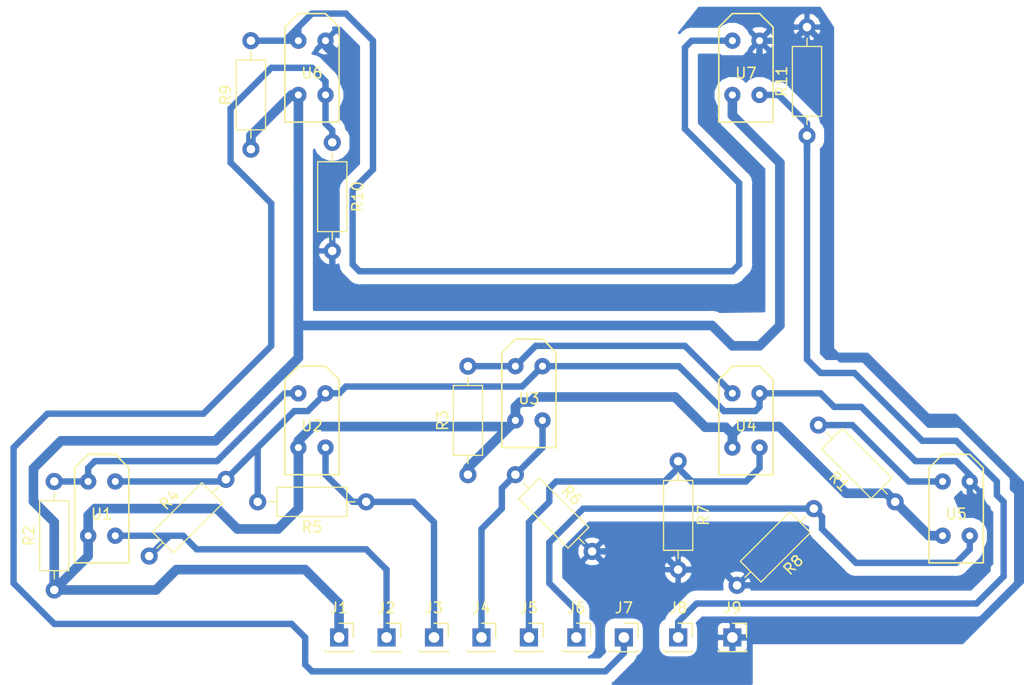
<source format=kicad_pcb>
(kicad_pcb (version 20171130) (host pcbnew "(5.0.2)-1")

  (general
    (thickness 1.6)
    (drawings 0)
    (tracks 255)
    (zones 0)
    (modules 27)
    (nets 14)
  )

  (page A4)
  (layers
    (0 F.Cu signal)
    (31 B.Cu signal)
    (32 B.Adhes user)
    (33 F.Adhes user)
    (34 B.Paste user)
    (35 F.Paste user)
    (36 B.SilkS user)
    (37 F.SilkS user)
    (38 B.Mask user)
    (39 F.Mask user)
    (40 Dwgs.User user)
    (41 Cmts.User user)
    (42 Eco1.User user)
    (43 Eco2.User user)
    (44 Edge.Cuts user)
    (45 Margin user)
    (46 B.CrtYd user)
    (47 F.CrtYd user)
    (48 B.Fab user)
    (49 F.Fab user)
  )

  (setup
    (last_trace_width 0.25)
    (trace_clearance 0.2)
    (zone_clearance 0.908)
    (zone_45_only no)
    (trace_min 0.2)
    (segment_width 0.2)
    (edge_width 0.15)
    (via_size 0.8)
    (via_drill 0.4)
    (via_min_size 0.4)
    (via_min_drill 0.3)
    (uvia_size 0.3)
    (uvia_drill 0.1)
    (uvias_allowed no)
    (uvia_min_size 0.2)
    (uvia_min_drill 0.1)
    (pcb_text_width 0.3)
    (pcb_text_size 1.5 1.5)
    (mod_edge_width 0.15)
    (mod_text_size 1 1)
    (mod_text_width 0.15)
    (pad_size 1.524 1.524)
    (pad_drill 0.762)
    (pad_to_mask_clearance 0.051)
    (solder_mask_min_width 0.25)
    (aux_axis_origin 0 0)
    (visible_elements 7FFFFFFF)
    (pcbplotparams
      (layerselection 0x010fc_ffffffff)
      (usegerberextensions false)
      (usegerberattributes false)
      (usegerberadvancedattributes false)
      (creategerberjobfile false)
      (excludeedgelayer true)
      (linewidth 0.100000)
      (plotframeref false)
      (viasonmask false)
      (mode 1)
      (useauxorigin false)
      (hpglpennumber 1)
      (hpglpenspeed 20)
      (hpglpendiameter 15.000000)
      (psnegative false)
      (psa4output false)
      (plotreference true)
      (plotvalue true)
      (plotinvisibletext false)
      (padsonsilk false)
      (subtractmaskfromsilk false)
      (outputformat 1)
      (mirror false)
      (drillshape 1)
      (scaleselection 1)
      (outputdirectory ""))
  )

  (net 0 "")
  (net 1 VCC)
  (net 2 S1)
  (net 3 S2)
  (net 4 S3)
  (net 5 S4)
  (net 6 S5)
  (net 7 S6)
  (net 8 S7)
  (net 9 GND)
  (net 10 "Net-(R1-Pad2)")
  (net 11 "Net-(R2-Pad2)")
  (net 12 "Net-(R3-Pad2)")
  (net 13 "Net-(R9-Pad2)")

  (net_class Default "Esta é a classe de rede padrão."
    (clearance 0.2)
    (trace_width 0.25)
    (via_dia 0.8)
    (via_drill 0.4)
    (uvia_dia 0.3)
    (uvia_drill 0.1)
  )

  (net_class track ""
    (clearance 0.6)
    (trace_width 0.6)
    (via_dia 1.6)
    (via_drill 1)
    (uvia_dia 0.3)
    (uvia_drill 0.1)
    (add_net GND)
    (add_net "Net-(R1-Pad2)")
    (add_net "Net-(R2-Pad2)")
    (add_net "Net-(R3-Pad2)")
    (add_net "Net-(R9-Pad2)")
    (add_net S1)
    (add_net S2)
    (add_net S3)
    (add_net S4)
    (add_net S5)
    (add_net S6)
    (add_net S7)
  )

  (net_class vcc ""
    (clearance 0.7)
    (trace_width 0.9)
    (via_dia 1.6)
    (via_drill 1)
    (uvia_dia 0.3)
    (uvia_drill 0.1)
    (add_net VCC)
  )

  (module cyclophone:TCRT50002 (layer F.Cu) (tedit 5C50F7F0) (tstamp 5C6A722A)
    (at 67.945 53.975)
    (path /5C4EC88C)
    (fp_text reference U3 (at 0 0.5) (layer F.SilkS)
      (effects (font (size 1 1) (thickness 0.15)))
    )
    (fp_text value TCRT5000 (at 0 3.81) (layer F.Fab)
      (effects (font (size 1 1) (thickness 0.15)))
    )
    (fp_line (start -1.27 -5.08) (end 1.27 -5.08) (layer F.SilkS) (width 0.15))
    (fp_line (start 1.27 -5.08) (end 2.54 -3.81) (layer F.SilkS) (width 0.15))
    (fp_line (start 2.54 -3.81) (end 2.54 5.08) (layer F.SilkS) (width 0.15))
    (fp_line (start 2.54 5.08) (end -2.54 5.08) (layer F.SilkS) (width 0.15))
    (fp_line (start -2.54 5.08) (end -2.54 -3.81) (layer F.SilkS) (width 0.15))
    (fp_line (start -2.54 -3.81) (end -1.27 -5.08) (layer F.SilkS) (width 0.15))
    (pad 1 thru_hole circle (at -1.27 -2.54) (size 1.524 1.524) (drill 0.662) (layers *.Cu *.Mask)
      (net 12 "Net-(R3-Pad2)"))
    (pad 2 thru_hole circle (at 1.27 -2.54) (size 1.524 1.524) (drill 0.662) (layers *.Cu *.Mask)
      (net 9 GND))
    (pad 3 thru_hole circle (at -1.27 2.54) (size 1.524 1.524) (drill 0.662) (layers *.Cu *.Mask)
      (net 1 VCC))
    (pad 4 thru_hole circle (at 1.27 2.54) (size 1.524 1.524) (drill 0.662) (layers *.Cu *.Mask)
      (net 4 S3))
  )

  (module cyclophone:TCRT50002 (layer F.Cu) (tedit 5C50F7F0) (tstamp 5C6A71F4)
    (at 47.625 56.515)
    (path /5C4E1545)
    (fp_text reference U2 (at 0 0.5) (layer F.SilkS)
      (effects (font (size 1 1) (thickness 0.15)))
    )
    (fp_text value TCRT5000 (at 0 3.81) (layer F.Fab)
      (effects (font (size 1 1) (thickness 0.15)))
    )
    (fp_line (start -1.27 -5.08) (end 1.27 -5.08) (layer F.SilkS) (width 0.15))
    (fp_line (start 1.27 -5.08) (end 2.54 -3.81) (layer F.SilkS) (width 0.15))
    (fp_line (start 2.54 -3.81) (end 2.54 5.08) (layer F.SilkS) (width 0.15))
    (fp_line (start 2.54 5.08) (end -2.54 5.08) (layer F.SilkS) (width 0.15))
    (fp_line (start -2.54 5.08) (end -2.54 -3.81) (layer F.SilkS) (width 0.15))
    (fp_line (start -2.54 -3.81) (end -1.27 -5.08) (layer F.SilkS) (width 0.15))
    (pad 1 thru_hole circle (at -1.27 -2.54) (size 1.524 1.524) (drill 0.662) (layers *.Cu *.Mask)
      (net 11 "Net-(R2-Pad2)"))
    (pad 2 thru_hole circle (at 1.27 -2.54) (size 1.524 1.524) (drill 0.662) (layers *.Cu *.Mask)
      (net 9 GND))
    (pad 3 thru_hole circle (at -1.27 2.54) (size 1.524 1.524) (drill 0.662) (layers *.Cu *.Mask)
      (net 1 VCC))
    (pad 4 thru_hole circle (at 1.27 2.54) (size 1.524 1.524) (drill 0.662) (layers *.Cu *.Mask)
      (net 3 S2))
  )

  (module Connector_PinSocket_2.54mm:PinSocket_1x01_P2.54mm_Vertical (layer F.Cu) (tedit 5A19A434) (tstamp 5C685A21)
    (at 50.165 76.835)
    (descr "Through hole straight socket strip, 1x01, 2.54mm pitch, single row (from Kicad 4.0.7), script generated")
    (tags "Through hole socket strip THT 1x01 2.54mm single row")
    (path /5C4F42C9)
    (fp_text reference J1 (at 0 -2.77) (layer F.SilkS)
      (effects (font (size 1 1) (thickness 0.15)))
    )
    (fp_text value Conn_01x01_Female (at 0 2.77) (layer F.Fab)
      (effects (font (size 1 1) (thickness 0.15)))
    )
    (fp_line (start -1.27 -1.27) (end 0.635 -1.27) (layer F.Fab) (width 0.1))
    (fp_line (start 0.635 -1.27) (end 1.27 -0.635) (layer F.Fab) (width 0.1))
    (fp_line (start 1.27 -0.635) (end 1.27 1.27) (layer F.Fab) (width 0.1))
    (fp_line (start 1.27 1.27) (end -1.27 1.27) (layer F.Fab) (width 0.1))
    (fp_line (start -1.27 1.27) (end -1.27 -1.27) (layer F.Fab) (width 0.1))
    (fp_line (start -1.33 1.33) (end 1.33 1.33) (layer F.SilkS) (width 0.12))
    (fp_line (start -1.33 1.21) (end -1.33 1.33) (layer F.SilkS) (width 0.12))
    (fp_line (start 1.33 1.21) (end 1.33 1.33) (layer F.SilkS) (width 0.12))
    (fp_line (start 1.33 -1.33) (end 1.33 0) (layer F.SilkS) (width 0.12))
    (fp_line (start 0 -1.33) (end 1.33 -1.33) (layer F.SilkS) (width 0.12))
    (fp_line (start -1.8 -1.8) (end 1.75 -1.8) (layer F.CrtYd) (width 0.05))
    (fp_line (start 1.75 -1.8) (end 1.75 1.75) (layer F.CrtYd) (width 0.05))
    (fp_line (start 1.75 1.75) (end -1.8 1.75) (layer F.CrtYd) (width 0.05))
    (fp_line (start -1.8 1.75) (end -1.8 -1.8) (layer F.CrtYd) (width 0.05))
    (fp_text user %R (at 0 0) (layer F.Fab)
      (effects (font (size 1 1) (thickness 0.15)))
    )
    (pad 1 thru_hole rect (at 0 0) (size 1.7 1.7) (drill 1) (layers *.Cu *.Mask)
      (net 1 VCC))
    (model ${KISYS3DMOD}/Connector_PinSocket_2.54mm.3dshapes/PinSocket_1x01_P2.54mm_Vertical.wrl
      (at (xyz 0 0 0))
      (scale (xyz 1 1 1))
      (rotate (xyz 0 0 0))
    )
  )

  (module Connector_PinSocket_2.54mm:PinSocket_1x01_P2.54mm_Vertical (layer F.Cu) (tedit 5A19A434) (tstamp 5C685A35)
    (at 54.61 76.835)
    (descr "Through hole straight socket strip, 1x01, 2.54mm pitch, single row (from Kicad 4.0.7), script generated")
    (tags "Through hole socket strip THT 1x01 2.54mm single row")
    (path /5C4F436B)
    (fp_text reference J2 (at 0 -2.77) (layer F.SilkS)
      (effects (font (size 1 1) (thickness 0.15)))
    )
    (fp_text value Conn_01x01_Female (at 0 2.77) (layer F.Fab)
      (effects (font (size 1 1) (thickness 0.15)))
    )
    (fp_text user %R (at 0 0) (layer F.Fab)
      (effects (font (size 1 1) (thickness 0.15)))
    )
    (fp_line (start -1.8 1.75) (end -1.8 -1.8) (layer F.CrtYd) (width 0.05))
    (fp_line (start 1.75 1.75) (end -1.8 1.75) (layer F.CrtYd) (width 0.05))
    (fp_line (start 1.75 -1.8) (end 1.75 1.75) (layer F.CrtYd) (width 0.05))
    (fp_line (start -1.8 -1.8) (end 1.75 -1.8) (layer F.CrtYd) (width 0.05))
    (fp_line (start 0 -1.33) (end 1.33 -1.33) (layer F.SilkS) (width 0.12))
    (fp_line (start 1.33 -1.33) (end 1.33 0) (layer F.SilkS) (width 0.12))
    (fp_line (start 1.33 1.21) (end 1.33 1.33) (layer F.SilkS) (width 0.12))
    (fp_line (start -1.33 1.21) (end -1.33 1.33) (layer F.SilkS) (width 0.12))
    (fp_line (start -1.33 1.33) (end 1.33 1.33) (layer F.SilkS) (width 0.12))
    (fp_line (start -1.27 1.27) (end -1.27 -1.27) (layer F.Fab) (width 0.1))
    (fp_line (start 1.27 1.27) (end -1.27 1.27) (layer F.Fab) (width 0.1))
    (fp_line (start 1.27 -0.635) (end 1.27 1.27) (layer F.Fab) (width 0.1))
    (fp_line (start 0.635 -1.27) (end 1.27 -0.635) (layer F.Fab) (width 0.1))
    (fp_line (start -1.27 -1.27) (end 0.635 -1.27) (layer F.Fab) (width 0.1))
    (pad 1 thru_hole rect (at 0 0) (size 1.7 1.7) (drill 1) (layers *.Cu *.Mask)
      (net 2 S1))
    (model ${KISYS3DMOD}/Connector_PinSocket_2.54mm.3dshapes/PinSocket_1x01_P2.54mm_Vertical.wrl
      (at (xyz 0 0 0))
      (scale (xyz 1 1 1))
      (rotate (xyz 0 0 0))
    )
  )

  (module Connector_PinSocket_2.54mm:PinSocket_1x01_P2.54mm_Vertical (layer F.Cu) (tedit 5A19A434) (tstamp 5C685A49)
    (at 59.055 76.835)
    (descr "Through hole straight socket strip, 1x01, 2.54mm pitch, single row (from Kicad 4.0.7), script generated")
    (tags "Through hole socket strip THT 1x01 2.54mm single row")
    (path /5C4F43A5)
    (fp_text reference J3 (at 0 -2.77) (layer F.SilkS)
      (effects (font (size 1 1) (thickness 0.15)))
    )
    (fp_text value Conn_01x01_Female (at 0 2.77) (layer F.Fab)
      (effects (font (size 1 1) (thickness 0.15)))
    )
    (fp_line (start -1.27 -1.27) (end 0.635 -1.27) (layer F.Fab) (width 0.1))
    (fp_line (start 0.635 -1.27) (end 1.27 -0.635) (layer F.Fab) (width 0.1))
    (fp_line (start 1.27 -0.635) (end 1.27 1.27) (layer F.Fab) (width 0.1))
    (fp_line (start 1.27 1.27) (end -1.27 1.27) (layer F.Fab) (width 0.1))
    (fp_line (start -1.27 1.27) (end -1.27 -1.27) (layer F.Fab) (width 0.1))
    (fp_line (start -1.33 1.33) (end 1.33 1.33) (layer F.SilkS) (width 0.12))
    (fp_line (start -1.33 1.21) (end -1.33 1.33) (layer F.SilkS) (width 0.12))
    (fp_line (start 1.33 1.21) (end 1.33 1.33) (layer F.SilkS) (width 0.12))
    (fp_line (start 1.33 -1.33) (end 1.33 0) (layer F.SilkS) (width 0.12))
    (fp_line (start 0 -1.33) (end 1.33 -1.33) (layer F.SilkS) (width 0.12))
    (fp_line (start -1.8 -1.8) (end 1.75 -1.8) (layer F.CrtYd) (width 0.05))
    (fp_line (start 1.75 -1.8) (end 1.75 1.75) (layer F.CrtYd) (width 0.05))
    (fp_line (start 1.75 1.75) (end -1.8 1.75) (layer F.CrtYd) (width 0.05))
    (fp_line (start -1.8 1.75) (end -1.8 -1.8) (layer F.CrtYd) (width 0.05))
    (fp_text user %R (at 0 0) (layer F.Fab)
      (effects (font (size 1 1) (thickness 0.15)))
    )
    (pad 1 thru_hole rect (at 0 0) (size 1.7 1.7) (drill 1) (layers *.Cu *.Mask)
      (net 3 S2))
    (model ${KISYS3DMOD}/Connector_PinSocket_2.54mm.3dshapes/PinSocket_1x01_P2.54mm_Vertical.wrl
      (at (xyz 0 0 0))
      (scale (xyz 1 1 1))
      (rotate (xyz 0 0 0))
    )
  )

  (module Connector_PinSocket_2.54mm:PinSocket_1x01_P2.54mm_Vertical (layer F.Cu) (tedit 5A19A434) (tstamp 5C685A5D)
    (at 63.5 76.835)
    (descr "Through hole straight socket strip, 1x01, 2.54mm pitch, single row (from Kicad 4.0.7), script generated")
    (tags "Through hole socket strip THT 1x01 2.54mm single row")
    (path /5C4F43E1)
    (fp_text reference J4 (at 0 -2.77) (layer F.SilkS)
      (effects (font (size 1 1) (thickness 0.15)))
    )
    (fp_text value Conn_01x01_Female (at 0 2.77) (layer F.Fab)
      (effects (font (size 1 1) (thickness 0.15)))
    )
    (fp_text user %R (at 0 0) (layer F.Fab)
      (effects (font (size 1 1) (thickness 0.15)))
    )
    (fp_line (start -1.8 1.75) (end -1.8 -1.8) (layer F.CrtYd) (width 0.05))
    (fp_line (start 1.75 1.75) (end -1.8 1.75) (layer F.CrtYd) (width 0.05))
    (fp_line (start 1.75 -1.8) (end 1.75 1.75) (layer F.CrtYd) (width 0.05))
    (fp_line (start -1.8 -1.8) (end 1.75 -1.8) (layer F.CrtYd) (width 0.05))
    (fp_line (start 0 -1.33) (end 1.33 -1.33) (layer F.SilkS) (width 0.12))
    (fp_line (start 1.33 -1.33) (end 1.33 0) (layer F.SilkS) (width 0.12))
    (fp_line (start 1.33 1.21) (end 1.33 1.33) (layer F.SilkS) (width 0.12))
    (fp_line (start -1.33 1.21) (end -1.33 1.33) (layer F.SilkS) (width 0.12))
    (fp_line (start -1.33 1.33) (end 1.33 1.33) (layer F.SilkS) (width 0.12))
    (fp_line (start -1.27 1.27) (end -1.27 -1.27) (layer F.Fab) (width 0.1))
    (fp_line (start 1.27 1.27) (end -1.27 1.27) (layer F.Fab) (width 0.1))
    (fp_line (start 1.27 -0.635) (end 1.27 1.27) (layer F.Fab) (width 0.1))
    (fp_line (start 0.635 -1.27) (end 1.27 -0.635) (layer F.Fab) (width 0.1))
    (fp_line (start -1.27 -1.27) (end 0.635 -1.27) (layer F.Fab) (width 0.1))
    (pad 1 thru_hole rect (at 0 0) (size 1.7 1.7) (drill 1) (layers *.Cu *.Mask)
      (net 4 S3))
    (model ${KISYS3DMOD}/Connector_PinSocket_2.54mm.3dshapes/PinSocket_1x01_P2.54mm_Vertical.wrl
      (at (xyz 0 0 0))
      (scale (xyz 1 1 1))
      (rotate (xyz 0 0 0))
    )
  )

  (module Connector_PinSocket_2.54mm:PinSocket_1x01_P2.54mm_Vertical (layer F.Cu) (tedit 5A19A434) (tstamp 5C685A71)
    (at 67.945 76.835)
    (descr "Through hole straight socket strip, 1x01, 2.54mm pitch, single row (from Kicad 4.0.7), script generated")
    (tags "Through hole socket strip THT 1x01 2.54mm single row")
    (path /5C4F446B)
    (fp_text reference J5 (at 0 -2.77) (layer F.SilkS)
      (effects (font (size 1 1) (thickness 0.15)))
    )
    (fp_text value Conn_01x01_Female (at 0 2.77) (layer F.Fab)
      (effects (font (size 1 1) (thickness 0.15)))
    )
    (fp_line (start -1.27 -1.27) (end 0.635 -1.27) (layer F.Fab) (width 0.1))
    (fp_line (start 0.635 -1.27) (end 1.27 -0.635) (layer F.Fab) (width 0.1))
    (fp_line (start 1.27 -0.635) (end 1.27 1.27) (layer F.Fab) (width 0.1))
    (fp_line (start 1.27 1.27) (end -1.27 1.27) (layer F.Fab) (width 0.1))
    (fp_line (start -1.27 1.27) (end -1.27 -1.27) (layer F.Fab) (width 0.1))
    (fp_line (start -1.33 1.33) (end 1.33 1.33) (layer F.SilkS) (width 0.12))
    (fp_line (start -1.33 1.21) (end -1.33 1.33) (layer F.SilkS) (width 0.12))
    (fp_line (start 1.33 1.21) (end 1.33 1.33) (layer F.SilkS) (width 0.12))
    (fp_line (start 1.33 -1.33) (end 1.33 0) (layer F.SilkS) (width 0.12))
    (fp_line (start 0 -1.33) (end 1.33 -1.33) (layer F.SilkS) (width 0.12))
    (fp_line (start -1.8 -1.8) (end 1.75 -1.8) (layer F.CrtYd) (width 0.05))
    (fp_line (start 1.75 -1.8) (end 1.75 1.75) (layer F.CrtYd) (width 0.05))
    (fp_line (start 1.75 1.75) (end -1.8 1.75) (layer F.CrtYd) (width 0.05))
    (fp_line (start -1.8 1.75) (end -1.8 -1.8) (layer F.CrtYd) (width 0.05))
    (fp_text user %R (at 0 0) (layer F.Fab)
      (effects (font (size 1 1) (thickness 0.15)))
    )
    (pad 1 thru_hole rect (at 0 0) (size 1.7 1.7) (drill 1) (layers *.Cu *.Mask)
      (net 5 S4))
    (model ${KISYS3DMOD}/Connector_PinSocket_2.54mm.3dshapes/PinSocket_1x01_P2.54mm_Vertical.wrl
      (at (xyz 0 0 0))
      (scale (xyz 1 1 1))
      (rotate (xyz 0 0 0))
    )
  )

  (module Connector_PinSocket_2.54mm:PinSocket_1x01_P2.54mm_Vertical (layer F.Cu) (tedit 5A19A434) (tstamp 5C685A85)
    (at 72.39 76.835)
    (descr "Through hole straight socket strip, 1x01, 2.54mm pitch, single row (from Kicad 4.0.7), script generated")
    (tags "Through hole socket strip THT 1x01 2.54mm single row")
    (path /5C4F44AB)
    (fp_text reference J6 (at 0 -2.77) (layer F.SilkS)
      (effects (font (size 1 1) (thickness 0.15)))
    )
    (fp_text value Conn_01x01_Female (at 0 2.77) (layer F.Fab)
      (effects (font (size 1 1) (thickness 0.15)))
    )
    (fp_text user %R (at 0 0) (layer F.Fab)
      (effects (font (size 1 1) (thickness 0.15)))
    )
    (fp_line (start -1.8 1.75) (end -1.8 -1.8) (layer F.CrtYd) (width 0.05))
    (fp_line (start 1.75 1.75) (end -1.8 1.75) (layer F.CrtYd) (width 0.05))
    (fp_line (start 1.75 -1.8) (end 1.75 1.75) (layer F.CrtYd) (width 0.05))
    (fp_line (start -1.8 -1.8) (end 1.75 -1.8) (layer F.CrtYd) (width 0.05))
    (fp_line (start 0 -1.33) (end 1.33 -1.33) (layer F.SilkS) (width 0.12))
    (fp_line (start 1.33 -1.33) (end 1.33 0) (layer F.SilkS) (width 0.12))
    (fp_line (start 1.33 1.21) (end 1.33 1.33) (layer F.SilkS) (width 0.12))
    (fp_line (start -1.33 1.21) (end -1.33 1.33) (layer F.SilkS) (width 0.12))
    (fp_line (start -1.33 1.33) (end 1.33 1.33) (layer F.SilkS) (width 0.12))
    (fp_line (start -1.27 1.27) (end -1.27 -1.27) (layer F.Fab) (width 0.1))
    (fp_line (start 1.27 1.27) (end -1.27 1.27) (layer F.Fab) (width 0.1))
    (fp_line (start 1.27 -0.635) (end 1.27 1.27) (layer F.Fab) (width 0.1))
    (fp_line (start 0.635 -1.27) (end 1.27 -0.635) (layer F.Fab) (width 0.1))
    (fp_line (start -1.27 -1.27) (end 0.635 -1.27) (layer F.Fab) (width 0.1))
    (pad 1 thru_hole rect (at 0 0) (size 1.7 1.7) (drill 1) (layers *.Cu *.Mask)
      (net 6 S5))
    (model ${KISYS3DMOD}/Connector_PinSocket_2.54mm.3dshapes/PinSocket_1x01_P2.54mm_Vertical.wrl
      (at (xyz 0 0 0))
      (scale (xyz 1 1 1))
      (rotate (xyz 0 0 0))
    )
  )

  (module Connector_PinSocket_2.54mm:PinSocket_1x01_P2.54mm_Vertical (layer F.Cu) (tedit 5A19A434) (tstamp 5C685A99)
    (at 76.835 76.835)
    (descr "Through hole straight socket strip, 1x01, 2.54mm pitch, single row (from Kicad 4.0.7), script generated")
    (tags "Through hole socket strip THT 1x01 2.54mm single row")
    (path /5C4F44ED)
    (fp_text reference J7 (at 0 -2.77) (layer F.SilkS)
      (effects (font (size 1 1) (thickness 0.15)))
    )
    (fp_text value Conn_01x01_Female (at 0 2.77) (layer F.Fab)
      (effects (font (size 1 1) (thickness 0.15)))
    )
    (fp_line (start -1.27 -1.27) (end 0.635 -1.27) (layer F.Fab) (width 0.1))
    (fp_line (start 0.635 -1.27) (end 1.27 -0.635) (layer F.Fab) (width 0.1))
    (fp_line (start 1.27 -0.635) (end 1.27 1.27) (layer F.Fab) (width 0.1))
    (fp_line (start 1.27 1.27) (end -1.27 1.27) (layer F.Fab) (width 0.1))
    (fp_line (start -1.27 1.27) (end -1.27 -1.27) (layer F.Fab) (width 0.1))
    (fp_line (start -1.33 1.33) (end 1.33 1.33) (layer F.SilkS) (width 0.12))
    (fp_line (start -1.33 1.21) (end -1.33 1.33) (layer F.SilkS) (width 0.12))
    (fp_line (start 1.33 1.21) (end 1.33 1.33) (layer F.SilkS) (width 0.12))
    (fp_line (start 1.33 -1.33) (end 1.33 0) (layer F.SilkS) (width 0.12))
    (fp_line (start 0 -1.33) (end 1.33 -1.33) (layer F.SilkS) (width 0.12))
    (fp_line (start -1.8 -1.8) (end 1.75 -1.8) (layer F.CrtYd) (width 0.05))
    (fp_line (start 1.75 -1.8) (end 1.75 1.75) (layer F.CrtYd) (width 0.05))
    (fp_line (start 1.75 1.75) (end -1.8 1.75) (layer F.CrtYd) (width 0.05))
    (fp_line (start -1.8 1.75) (end -1.8 -1.8) (layer F.CrtYd) (width 0.05))
    (fp_text user %R (at 0 0) (layer F.Fab)
      (effects (font (size 1 1) (thickness 0.15)))
    )
    (pad 1 thru_hole rect (at 0 0) (size 1.7 1.7) (drill 1) (layers *.Cu *.Mask)
      (net 7 S6))
    (model ${KISYS3DMOD}/Connector_PinSocket_2.54mm.3dshapes/PinSocket_1x01_P2.54mm_Vertical.wrl
      (at (xyz 0 0 0))
      (scale (xyz 1 1 1))
      (rotate (xyz 0 0 0))
    )
  )

  (module Connector_PinSocket_2.54mm:PinSocket_1x01_P2.54mm_Vertical (layer F.Cu) (tedit 5A19A434) (tstamp 5C6A7B84)
    (at 81.915 76.835)
    (descr "Through hole straight socket strip, 1x01, 2.54mm pitch, single row (from Kicad 4.0.7), script generated")
    (tags "Through hole socket strip THT 1x01 2.54mm single row")
    (path /5C4F4531)
    (fp_text reference J8 (at 0 -2.77) (layer F.SilkS)
      (effects (font (size 1 1) (thickness 0.15)))
    )
    (fp_text value Conn_01x01_Female (at 0 2.77) (layer F.Fab)
      (effects (font (size 1 1) (thickness 0.15)))
    )
    (fp_text user %R (at 0 0) (layer F.Fab)
      (effects (font (size 1 1) (thickness 0.15)))
    )
    (fp_line (start -1.8 1.75) (end -1.8 -1.8) (layer F.CrtYd) (width 0.05))
    (fp_line (start 1.75 1.75) (end -1.8 1.75) (layer F.CrtYd) (width 0.05))
    (fp_line (start 1.75 -1.8) (end 1.75 1.75) (layer F.CrtYd) (width 0.05))
    (fp_line (start -1.8 -1.8) (end 1.75 -1.8) (layer F.CrtYd) (width 0.05))
    (fp_line (start 0 -1.33) (end 1.33 -1.33) (layer F.SilkS) (width 0.12))
    (fp_line (start 1.33 -1.33) (end 1.33 0) (layer F.SilkS) (width 0.12))
    (fp_line (start 1.33 1.21) (end 1.33 1.33) (layer F.SilkS) (width 0.12))
    (fp_line (start -1.33 1.21) (end -1.33 1.33) (layer F.SilkS) (width 0.12))
    (fp_line (start -1.33 1.33) (end 1.33 1.33) (layer F.SilkS) (width 0.12))
    (fp_line (start -1.27 1.27) (end -1.27 -1.27) (layer F.Fab) (width 0.1))
    (fp_line (start 1.27 1.27) (end -1.27 1.27) (layer F.Fab) (width 0.1))
    (fp_line (start 1.27 -0.635) (end 1.27 1.27) (layer F.Fab) (width 0.1))
    (fp_line (start 0.635 -1.27) (end 1.27 -0.635) (layer F.Fab) (width 0.1))
    (fp_line (start -1.27 -1.27) (end 0.635 -1.27) (layer F.Fab) (width 0.1))
    (pad 1 thru_hole rect (at 0 0) (size 1.7 1.7) (drill 1) (layers *.Cu *.Mask)
      (net 8 S7))
    (model ${KISYS3DMOD}/Connector_PinSocket_2.54mm.3dshapes/PinSocket_1x01_P2.54mm_Vertical.wrl
      (at (xyz 0 0 0))
      (scale (xyz 1 1 1))
      (rotate (xyz 0 0 0))
    )
  )

  (module Connector_PinSocket_2.54mm:PinSocket_1x01_P2.54mm_Vertical (layer F.Cu) (tedit 5A19A434) (tstamp 5C685AC1)
    (at 86.995 76.835)
    (descr "Through hole straight socket strip, 1x01, 2.54mm pitch, single row (from Kicad 4.0.7), script generated")
    (tags "Through hole socket strip THT 1x01 2.54mm single row")
    (path /5C4F4577)
    (fp_text reference J9 (at 0 -2.77) (layer F.SilkS)
      (effects (font (size 1 1) (thickness 0.15)))
    )
    (fp_text value Conn_01x01_Female (at 0 2.77) (layer F.Fab)
      (effects (font (size 1 1) (thickness 0.15)))
    )
    (fp_line (start -1.27 -1.27) (end 0.635 -1.27) (layer F.Fab) (width 0.1))
    (fp_line (start 0.635 -1.27) (end 1.27 -0.635) (layer F.Fab) (width 0.1))
    (fp_line (start 1.27 -0.635) (end 1.27 1.27) (layer F.Fab) (width 0.1))
    (fp_line (start 1.27 1.27) (end -1.27 1.27) (layer F.Fab) (width 0.1))
    (fp_line (start -1.27 1.27) (end -1.27 -1.27) (layer F.Fab) (width 0.1))
    (fp_line (start -1.33 1.33) (end 1.33 1.33) (layer F.SilkS) (width 0.12))
    (fp_line (start -1.33 1.21) (end -1.33 1.33) (layer F.SilkS) (width 0.12))
    (fp_line (start 1.33 1.21) (end 1.33 1.33) (layer F.SilkS) (width 0.12))
    (fp_line (start 1.33 -1.33) (end 1.33 0) (layer F.SilkS) (width 0.12))
    (fp_line (start 0 -1.33) (end 1.33 -1.33) (layer F.SilkS) (width 0.12))
    (fp_line (start -1.8 -1.8) (end 1.75 -1.8) (layer F.CrtYd) (width 0.05))
    (fp_line (start 1.75 -1.8) (end 1.75 1.75) (layer F.CrtYd) (width 0.05))
    (fp_line (start 1.75 1.75) (end -1.8 1.75) (layer F.CrtYd) (width 0.05))
    (fp_line (start -1.8 1.75) (end -1.8 -1.8) (layer F.CrtYd) (width 0.05))
    (fp_text user %R (at 0 0) (layer F.Fab)
      (effects (font (size 1 1) (thickness 0.15)))
    )
    (pad 1 thru_hole rect (at 0 0) (size 1.7 1.7) (drill 1) (layers *.Cu *.Mask)
      (net 9 GND))
    (model ${KISYS3DMOD}/Connector_PinSocket_2.54mm.3dshapes/PinSocket_1x01_P2.54mm_Vertical.wrl
      (at (xyz 0 0 0))
      (scale (xyz 1 1 1))
      (rotate (xyz 0 0 0))
    )
  )

  (module Resistor_THT:R_Axial_DIN0207_L6.3mm_D2.5mm_P10.16mm_Horizontal (layer F.Cu) (tedit 5AE5139B) (tstamp 5C6A74A9)
    (at 102.235 64.135 135)
    (descr "Resistor, Axial_DIN0207 series, Axial, Horizontal, pin pitch=10.16mm, 0.25W = 1/4W, length*diameter=6.3*2.5mm^2, http://cdn-reichelt.de/documents/datenblatt/B400/1_4W%23YAG.pdf")
    (tags "Resistor Axial_DIN0207 series Axial Horizontal pin pitch 10.16mm 0.25W = 1/4W length 6.3mm diameter 2.5mm")
    (path /5C4ED81C)
    (fp_text reference R1 (at 5.08 -2.37 135) (layer F.SilkS)
      (effects (font (size 1 1) (thickness 0.15)))
    )
    (fp_text value 330 (at 5.08 2.37 135) (layer F.Fab)
      (effects (font (size 1 1) (thickness 0.15)))
    )
    (fp_text user %R (at 5.08 0 135) (layer F.Fab)
      (effects (font (size 1 1) (thickness 0.15)))
    )
    (fp_line (start 11.21 -1.5) (end -1.05 -1.5) (layer F.CrtYd) (width 0.05))
    (fp_line (start 11.21 1.5) (end 11.21 -1.5) (layer F.CrtYd) (width 0.05))
    (fp_line (start -1.05 1.5) (end 11.21 1.5) (layer F.CrtYd) (width 0.05))
    (fp_line (start -1.05 -1.5) (end -1.05 1.5) (layer F.CrtYd) (width 0.05))
    (fp_line (start 9.12 0) (end 8.35 0) (layer F.SilkS) (width 0.12))
    (fp_line (start 1.04 0) (end 1.81 0) (layer F.SilkS) (width 0.12))
    (fp_line (start 8.35 -1.37) (end 1.81 -1.37) (layer F.SilkS) (width 0.12))
    (fp_line (start 8.35 1.37) (end 8.35 -1.37) (layer F.SilkS) (width 0.12))
    (fp_line (start 1.81 1.37) (end 8.35 1.37) (layer F.SilkS) (width 0.12))
    (fp_line (start 1.81 -1.37) (end 1.81 1.37) (layer F.SilkS) (width 0.12))
    (fp_line (start 10.16 0) (end 8.23 0) (layer F.Fab) (width 0.1))
    (fp_line (start 0 0) (end 1.93 0) (layer F.Fab) (width 0.1))
    (fp_line (start 8.23 -1.25) (end 1.93 -1.25) (layer F.Fab) (width 0.1))
    (fp_line (start 8.23 1.25) (end 8.23 -1.25) (layer F.Fab) (width 0.1))
    (fp_line (start 1.93 1.25) (end 8.23 1.25) (layer F.Fab) (width 0.1))
    (fp_line (start 1.93 -1.25) (end 1.93 1.25) (layer F.Fab) (width 0.1))
    (pad 2 thru_hole oval (at 10.16 0 135) (size 1.6 1.6) (drill 0.8) (layers *.Cu *.Mask)
      (net 10 "Net-(R1-Pad2)"))
    (pad 1 thru_hole circle (at 0 0 135) (size 1.6 1.6) (drill 0.8) (layers *.Cu *.Mask)
      (net 1 VCC))
    (model ${KISYS3DMOD}/Resistor_THT.3dshapes/R_Axial_DIN0207_L6.3mm_D2.5mm_P10.16mm_Horizontal.wrl
      (at (xyz 0 0 0))
      (scale (xyz 1 1 1))
      (rotate (xyz 0 0 0))
    )
  )

  (module Resistor_THT:R_Axial_DIN0207_L6.3mm_D2.5mm_P10.16mm_Horizontal (layer F.Cu) (tedit 5AE5139B) (tstamp 5C685AEF)
    (at 23.495 72.39 90)
    (descr "Resistor, Axial_DIN0207 series, Axial, Horizontal, pin pitch=10.16mm, 0.25W = 1/4W, length*diameter=6.3*2.5mm^2, http://cdn-reichelt.de/documents/datenblatt/B400/1_4W%23YAG.pdf")
    (tags "Resistor Axial_DIN0207 series Axial Horizontal pin pitch 10.16mm 0.25W = 1/4W length 6.3mm diameter 2.5mm")
    (path /5C4E0CAD)
    (fp_text reference R2 (at 5.08 -2.37 90) (layer F.SilkS)
      (effects (font (size 1 1) (thickness 0.15)))
    )
    (fp_text value 330 (at 5.08 2.37 90) (layer F.Fab)
      (effects (font (size 1 1) (thickness 0.15)))
    )
    (fp_line (start 1.93 -1.25) (end 1.93 1.25) (layer F.Fab) (width 0.1))
    (fp_line (start 1.93 1.25) (end 8.23 1.25) (layer F.Fab) (width 0.1))
    (fp_line (start 8.23 1.25) (end 8.23 -1.25) (layer F.Fab) (width 0.1))
    (fp_line (start 8.23 -1.25) (end 1.93 -1.25) (layer F.Fab) (width 0.1))
    (fp_line (start 0 0) (end 1.93 0) (layer F.Fab) (width 0.1))
    (fp_line (start 10.16 0) (end 8.23 0) (layer F.Fab) (width 0.1))
    (fp_line (start 1.81 -1.37) (end 1.81 1.37) (layer F.SilkS) (width 0.12))
    (fp_line (start 1.81 1.37) (end 8.35 1.37) (layer F.SilkS) (width 0.12))
    (fp_line (start 8.35 1.37) (end 8.35 -1.37) (layer F.SilkS) (width 0.12))
    (fp_line (start 8.35 -1.37) (end 1.81 -1.37) (layer F.SilkS) (width 0.12))
    (fp_line (start 1.04 0) (end 1.81 0) (layer F.SilkS) (width 0.12))
    (fp_line (start 9.12 0) (end 8.35 0) (layer F.SilkS) (width 0.12))
    (fp_line (start -1.05 -1.5) (end -1.05 1.5) (layer F.CrtYd) (width 0.05))
    (fp_line (start -1.05 1.5) (end 11.21 1.5) (layer F.CrtYd) (width 0.05))
    (fp_line (start 11.21 1.5) (end 11.21 -1.5) (layer F.CrtYd) (width 0.05))
    (fp_line (start 11.21 -1.5) (end -1.05 -1.5) (layer F.CrtYd) (width 0.05))
    (fp_text user %R (at 5.08 0 90) (layer F.Fab)
      (effects (font (size 1 1) (thickness 0.15)))
    )
    (pad 1 thru_hole circle (at 0 0 90) (size 1.6 1.6) (drill 0.8) (layers *.Cu *.Mask)
      (net 1 VCC))
    (pad 2 thru_hole oval (at 10.16 0 90) (size 1.6 1.6) (drill 0.8) (layers *.Cu *.Mask)
      (net 11 "Net-(R2-Pad2)"))
    (model ${KISYS3DMOD}/Resistor_THT.3dshapes/R_Axial_DIN0207_L6.3mm_D2.5mm_P10.16mm_Horizontal.wrl
      (at (xyz 0 0 0))
      (scale (xyz 1 1 1))
      (rotate (xyz 0 0 0))
    )
  )

  (module Resistor_THT:R_Axial_DIN0207_L6.3mm_D2.5mm_P10.16mm_Horizontal (layer F.Cu) (tedit 5AE5139B) (tstamp 5C685B06)
    (at 62.23 61.595 90)
    (descr "Resistor, Axial_DIN0207 series, Axial, Horizontal, pin pitch=10.16mm, 0.25W = 1/4W, length*diameter=6.3*2.5mm^2, http://cdn-reichelt.de/documents/datenblatt/B400/1_4W%23YAG.pdf")
    (tags "Resistor Axial_DIN0207 series Axial Horizontal pin pitch 10.16mm 0.25W = 1/4W length 6.3mm diameter 2.5mm")
    (path /5C4EC87E)
    (fp_text reference R3 (at 5.08 -2.37 90) (layer F.SilkS)
      (effects (font (size 1 1) (thickness 0.15)))
    )
    (fp_text value 330 (at 5.08 2.37 90) (layer F.Fab)
      (effects (font (size 1 1) (thickness 0.15)))
    )
    (fp_line (start 1.93 -1.25) (end 1.93 1.25) (layer F.Fab) (width 0.1))
    (fp_line (start 1.93 1.25) (end 8.23 1.25) (layer F.Fab) (width 0.1))
    (fp_line (start 8.23 1.25) (end 8.23 -1.25) (layer F.Fab) (width 0.1))
    (fp_line (start 8.23 -1.25) (end 1.93 -1.25) (layer F.Fab) (width 0.1))
    (fp_line (start 0 0) (end 1.93 0) (layer F.Fab) (width 0.1))
    (fp_line (start 10.16 0) (end 8.23 0) (layer F.Fab) (width 0.1))
    (fp_line (start 1.81 -1.37) (end 1.81 1.37) (layer F.SilkS) (width 0.12))
    (fp_line (start 1.81 1.37) (end 8.35 1.37) (layer F.SilkS) (width 0.12))
    (fp_line (start 8.35 1.37) (end 8.35 -1.37) (layer F.SilkS) (width 0.12))
    (fp_line (start 8.35 -1.37) (end 1.81 -1.37) (layer F.SilkS) (width 0.12))
    (fp_line (start 1.04 0) (end 1.81 0) (layer F.SilkS) (width 0.12))
    (fp_line (start 9.12 0) (end 8.35 0) (layer F.SilkS) (width 0.12))
    (fp_line (start -1.05 -1.5) (end -1.05 1.5) (layer F.CrtYd) (width 0.05))
    (fp_line (start -1.05 1.5) (end 11.21 1.5) (layer F.CrtYd) (width 0.05))
    (fp_line (start 11.21 1.5) (end 11.21 -1.5) (layer F.CrtYd) (width 0.05))
    (fp_line (start 11.21 -1.5) (end -1.05 -1.5) (layer F.CrtYd) (width 0.05))
    (fp_text user %R (at 5.08 0 90) (layer F.Fab)
      (effects (font (size 1 1) (thickness 0.15)))
    )
    (pad 1 thru_hole circle (at 0 0 90) (size 1.6 1.6) (drill 0.8) (layers *.Cu *.Mask)
      (net 1 VCC))
    (pad 2 thru_hole oval (at 10.16 0 90) (size 1.6 1.6) (drill 0.8) (layers *.Cu *.Mask)
      (net 12 "Net-(R3-Pad2)"))
    (model ${KISYS3DMOD}/Resistor_THT.3dshapes/R_Axial_DIN0207_L6.3mm_D2.5mm_P10.16mm_Horizontal.wrl
      (at (xyz 0 0 0))
      (scale (xyz 1 1 1))
      (rotate (xyz 0 0 0))
    )
  )

  (module Resistor_THT:R_Axial_DIN0207_L6.3mm_D2.5mm_P10.16mm_Horizontal (layer F.Cu) (tedit 5AE5139B) (tstamp 5C6A78DE)
    (at 32.385 69.215 45)
    (descr "Resistor, Axial_DIN0207 series, Axial, Horizontal, pin pitch=10.16mm, 0.25W = 1/4W, length*diameter=6.3*2.5mm^2, http://cdn-reichelt.de/documents/datenblatt/B400/1_4W%23YAG.pdf")
    (tags "Resistor Axial_DIN0207 series Axial Horizontal pin pitch 10.16mm 0.25W = 1/4W length 6.3mm diameter 2.5mm")
    (path /5C4E5C42)
    (fp_text reference R4 (at 5.08 -2.37 45) (layer F.SilkS)
      (effects (font (size 1 1) (thickness 0.15)))
    )
    (fp_text value 10k (at 5.08 2.37 45) (layer F.Fab)
      (effects (font (size 1 1) (thickness 0.15)))
    )
    (fp_text user %R (at 5.08 0 45) (layer F.Fab)
      (effects (font (size 1 1) (thickness 0.15)))
    )
    (fp_line (start 11.21 -1.5) (end -1.05 -1.5) (layer F.CrtYd) (width 0.05))
    (fp_line (start 11.21 1.5) (end 11.21 -1.5) (layer F.CrtYd) (width 0.05))
    (fp_line (start -1.05 1.5) (end 11.21 1.5) (layer F.CrtYd) (width 0.05))
    (fp_line (start -1.05 -1.5) (end -1.05 1.5) (layer F.CrtYd) (width 0.05))
    (fp_line (start 9.12 0) (end 8.35 0) (layer F.SilkS) (width 0.12))
    (fp_line (start 1.04 0) (end 1.81 0) (layer F.SilkS) (width 0.12))
    (fp_line (start 8.35 -1.37) (end 1.81 -1.37) (layer F.SilkS) (width 0.12))
    (fp_line (start 8.35 1.37) (end 8.35 -1.37) (layer F.SilkS) (width 0.12))
    (fp_line (start 1.81 1.37) (end 8.35 1.37) (layer F.SilkS) (width 0.12))
    (fp_line (start 1.81 -1.37) (end 1.81 1.37) (layer F.SilkS) (width 0.12))
    (fp_line (start 10.16 0) (end 8.23 0) (layer F.Fab) (width 0.1))
    (fp_line (start 0 0) (end 1.93 0) (layer F.Fab) (width 0.1))
    (fp_line (start 8.23 -1.25) (end 1.93 -1.25) (layer F.Fab) (width 0.1))
    (fp_line (start 8.23 1.25) (end 8.23 -1.25) (layer F.Fab) (width 0.1))
    (fp_line (start 1.93 1.25) (end 8.23 1.25) (layer F.Fab) (width 0.1))
    (fp_line (start 1.93 -1.25) (end 1.93 1.25) (layer F.Fab) (width 0.1))
    (pad 2 thru_hole oval (at 10.16 0 45) (size 1.6 1.6) (drill 0.8) (layers *.Cu *.Mask)
      (net 9 GND))
    (pad 1 thru_hole circle (at 0 0 45) (size 1.6 1.6) (drill 0.8) (layers *.Cu *.Mask)
      (net 2 S1))
    (model ${KISYS3DMOD}/Resistor_THT.3dshapes/R_Axial_DIN0207_L6.3mm_D2.5mm_P10.16mm_Horizontal.wrl
      (at (xyz 0 0 0))
      (scale (xyz 1 1 1))
      (rotate (xyz 0 0 0))
    )
  )

  (module Resistor_THT:R_Axial_DIN0207_L6.3mm_D2.5mm_P10.16mm_Horizontal (layer F.Cu) (tedit 5AE5139B) (tstamp 5C51F4A8)
    (at 52.705 64.135 180)
    (descr "Resistor, Axial_DIN0207 series, Axial, Horizontal, pin pitch=10.16mm, 0.25W = 1/4W, length*diameter=6.3*2.5mm^2, http://cdn-reichelt.de/documents/datenblatt/B400/1_4W%23YAG.pdf")
    (tags "Resistor Axial_DIN0207 series Axial Horizontal pin pitch 10.16mm 0.25W = 1/4W length 6.3mm diameter 2.5mm")
    (path /5C4E0DD8)
    (fp_text reference R5 (at 5.08 -2.37 180) (layer F.SilkS)
      (effects (font (size 1 1) (thickness 0.15)))
    )
    (fp_text value 10k (at 5.08 2.37 180) (layer F.Fab)
      (effects (font (size 1 1) (thickness 0.15)))
    )
    (fp_line (start 1.93 -1.25) (end 1.93 1.25) (layer F.Fab) (width 0.1))
    (fp_line (start 1.93 1.25) (end 8.23 1.25) (layer F.Fab) (width 0.1))
    (fp_line (start 8.23 1.25) (end 8.23 -1.25) (layer F.Fab) (width 0.1))
    (fp_line (start 8.23 -1.25) (end 1.93 -1.25) (layer F.Fab) (width 0.1))
    (fp_line (start 0 0) (end 1.93 0) (layer F.Fab) (width 0.1))
    (fp_line (start 10.16 0) (end 8.23 0) (layer F.Fab) (width 0.1))
    (fp_line (start 1.81 -1.37) (end 1.81 1.37) (layer F.SilkS) (width 0.12))
    (fp_line (start 1.81 1.37) (end 8.35 1.37) (layer F.SilkS) (width 0.12))
    (fp_line (start 8.35 1.37) (end 8.35 -1.37) (layer F.SilkS) (width 0.12))
    (fp_line (start 8.35 -1.37) (end 1.81 -1.37) (layer F.SilkS) (width 0.12))
    (fp_line (start 1.04 0) (end 1.81 0) (layer F.SilkS) (width 0.12))
    (fp_line (start 9.12 0) (end 8.35 0) (layer F.SilkS) (width 0.12))
    (fp_line (start -1.05 -1.5) (end -1.05 1.5) (layer F.CrtYd) (width 0.05))
    (fp_line (start -1.05 1.5) (end 11.21 1.5) (layer F.CrtYd) (width 0.05))
    (fp_line (start 11.21 1.5) (end 11.21 -1.5) (layer F.CrtYd) (width 0.05))
    (fp_line (start 11.21 -1.5) (end -1.05 -1.5) (layer F.CrtYd) (width 0.05))
    (fp_text user %R (at 5.08 0 180) (layer F.Fab)
      (effects (font (size 1 1) (thickness 0.15)))
    )
    (pad 1 thru_hole circle (at 0 0 180) (size 1.6 1.6) (drill 0.8) (layers *.Cu *.Mask)
      (net 3 S2))
    (pad 2 thru_hole oval (at 10.16 0 180) (size 1.6 1.6) (drill 0.8) (layers *.Cu *.Mask)
      (net 9 GND))
    (model ${KISYS3DMOD}/Resistor_THT.3dshapes/R_Axial_DIN0207_L6.3mm_D2.5mm_P10.16mm_Horizontal.wrl
      (at (xyz 0 0 0))
      (scale (xyz 1 1 1))
      (rotate (xyz 0 0 0))
    )
  )

  (module Resistor_THT:R_Axial_DIN0207_L6.3mm_D2.5mm_P10.16mm_Horizontal (layer F.Cu) (tedit 5AE5139B) (tstamp 5C51F6EC)
    (at 66.675 61.595 315)
    (descr "Resistor, Axial_DIN0207 series, Axial, Horizontal, pin pitch=10.16mm, 0.25W = 1/4W, length*diameter=6.3*2.5mm^2, http://cdn-reichelt.de/documents/datenblatt/B400/1_4W%23YAG.pdf")
    (tags "Resistor Axial_DIN0207 series Axial Horizontal pin pitch 10.16mm 0.25W = 1/4W length 6.3mm diameter 2.5mm")
    (path /5C4EC89B)
    (fp_text reference R6 (at 5.08 -2.37 315) (layer F.SilkS)
      (effects (font (size 1 1) (thickness 0.15)))
    )
    (fp_text value 10k (at 5.08 2.37 315) (layer F.Fab)
      (effects (font (size 1 1) (thickness 0.15)))
    )
    (fp_line (start 1.93 -1.25) (end 1.93 1.25) (layer F.Fab) (width 0.1))
    (fp_line (start 1.93 1.25) (end 8.23 1.25) (layer F.Fab) (width 0.1))
    (fp_line (start 8.23 1.25) (end 8.23 -1.25) (layer F.Fab) (width 0.1))
    (fp_line (start 8.23 -1.25) (end 1.93 -1.25) (layer F.Fab) (width 0.1))
    (fp_line (start 0 0) (end 1.93 0) (layer F.Fab) (width 0.1))
    (fp_line (start 10.16 0) (end 8.23 0) (layer F.Fab) (width 0.1))
    (fp_line (start 1.81 -1.37) (end 1.81 1.37) (layer F.SilkS) (width 0.12))
    (fp_line (start 1.81 1.37) (end 8.35 1.37) (layer F.SilkS) (width 0.12))
    (fp_line (start 8.35 1.37) (end 8.35 -1.37) (layer F.SilkS) (width 0.12))
    (fp_line (start 8.35 -1.37) (end 1.81 -1.37) (layer F.SilkS) (width 0.12))
    (fp_line (start 1.04 0) (end 1.81 0) (layer F.SilkS) (width 0.12))
    (fp_line (start 9.12 0) (end 8.35 0) (layer F.SilkS) (width 0.12))
    (fp_line (start -1.05 -1.5) (end -1.05 1.5) (layer F.CrtYd) (width 0.05))
    (fp_line (start -1.05 1.5) (end 11.21 1.5) (layer F.CrtYd) (width 0.05))
    (fp_line (start 11.21 1.5) (end 11.21 -1.5) (layer F.CrtYd) (width 0.05))
    (fp_line (start 11.21 -1.5) (end -1.05 -1.5) (layer F.CrtYd) (width 0.05))
    (fp_text user %R (at 5.08 0 315) (layer F.Fab)
      (effects (font (size 1 1) (thickness 0.15)))
    )
    (pad 1 thru_hole circle (at 0 0 315) (size 1.6 1.6) (drill 0.8) (layers *.Cu *.Mask)
      (net 4 S3))
    (pad 2 thru_hole oval (at 10.16 0 315) (size 1.6 1.6) (drill 0.8) (layers *.Cu *.Mask)
      (net 9 GND))
    (model ${KISYS3DMOD}/Resistor_THT.3dshapes/R_Axial_DIN0207_L6.3mm_D2.5mm_P10.16mm_Horizontal.wrl
      (at (xyz 0 0 0))
      (scale (xyz 1 1 1))
      (rotate (xyz 0 0 0))
    )
  )

  (module Resistor_THT:R_Axial_DIN0207_L6.3mm_D2.5mm_P10.16mm_Horizontal (layer F.Cu) (tedit 5AE5139B) (tstamp 5C685B62)
    (at 81.915 60.325 270)
    (descr "Resistor, Axial_DIN0207 series, Axial, Horizontal, pin pitch=10.16mm, 0.25W = 1/4W, length*diameter=6.3*2.5mm^2, http://cdn-reichelt.de/documents/datenblatt/B400/1_4W%23YAG.pdf")
    (tags "Resistor Axial_DIN0207 series Axial Horizontal pin pitch 10.16mm 0.25W = 1/4W length 6.3mm diameter 2.5mm")
    (path /5C4EC885)
    (fp_text reference R7 (at 5.08 -2.37 270) (layer F.SilkS)
      (effects (font (size 1 1) (thickness 0.15)))
    )
    (fp_text value 10k (at 5.08 2.37 270) (layer F.Fab)
      (effects (font (size 1 1) (thickness 0.15)))
    )
    (fp_text user %R (at 5.08 0 270) (layer F.Fab)
      (effects (font (size 1 1) (thickness 0.15)))
    )
    (fp_line (start 11.21 -1.5) (end -1.05 -1.5) (layer F.CrtYd) (width 0.05))
    (fp_line (start 11.21 1.5) (end 11.21 -1.5) (layer F.CrtYd) (width 0.05))
    (fp_line (start -1.05 1.5) (end 11.21 1.5) (layer F.CrtYd) (width 0.05))
    (fp_line (start -1.05 -1.5) (end -1.05 1.5) (layer F.CrtYd) (width 0.05))
    (fp_line (start 9.12 0) (end 8.35 0) (layer F.SilkS) (width 0.12))
    (fp_line (start 1.04 0) (end 1.81 0) (layer F.SilkS) (width 0.12))
    (fp_line (start 8.35 -1.37) (end 1.81 -1.37) (layer F.SilkS) (width 0.12))
    (fp_line (start 8.35 1.37) (end 8.35 -1.37) (layer F.SilkS) (width 0.12))
    (fp_line (start 1.81 1.37) (end 8.35 1.37) (layer F.SilkS) (width 0.12))
    (fp_line (start 1.81 -1.37) (end 1.81 1.37) (layer F.SilkS) (width 0.12))
    (fp_line (start 10.16 0) (end 8.23 0) (layer F.Fab) (width 0.1))
    (fp_line (start 0 0) (end 1.93 0) (layer F.Fab) (width 0.1))
    (fp_line (start 8.23 -1.25) (end 1.93 -1.25) (layer F.Fab) (width 0.1))
    (fp_line (start 8.23 1.25) (end 8.23 -1.25) (layer F.Fab) (width 0.1))
    (fp_line (start 1.93 1.25) (end 8.23 1.25) (layer F.Fab) (width 0.1))
    (fp_line (start 1.93 -1.25) (end 1.93 1.25) (layer F.Fab) (width 0.1))
    (pad 2 thru_hole oval (at 10.16 0 270) (size 1.6 1.6) (drill 0.8) (layers *.Cu *.Mask)
      (net 9 GND))
    (pad 1 thru_hole circle (at 0 0 270) (size 1.6 1.6) (drill 0.8) (layers *.Cu *.Mask)
      (net 5 S4))
    (model ${KISYS3DMOD}/Resistor_THT.3dshapes/R_Axial_DIN0207_L6.3mm_D2.5mm_P10.16mm_Horizontal.wrl
      (at (xyz 0 0 0))
      (scale (xyz 1 1 1))
      (rotate (xyz 0 0 0))
    )
  )

  (module Resistor_THT:R_Axial_DIN0207_L6.3mm_D2.5mm_P10.16mm_Horizontal (layer F.Cu) (tedit 5AE5139B) (tstamp 5C685B79)
    (at 94.615 64.77 225)
    (descr "Resistor, Axial_DIN0207 series, Axial, Horizontal, pin pitch=10.16mm, 0.25W = 1/4W, length*diameter=6.3*2.5mm^2, http://cdn-reichelt.de/documents/datenblatt/B400/1_4W%23YAG.pdf")
    (tags "Resistor Axial_DIN0207 series Axial Horizontal pin pitch 10.16mm 0.25W = 1/4W length 6.3mm diameter 2.5mm")
    (path /5C4ED839)
    (fp_text reference R8 (at 5.08 -2.37 225) (layer F.SilkS)
      (effects (font (size 1 1) (thickness 0.15)))
    )
    (fp_text value 10k (at 5.08 2.37 225) (layer F.Fab)
      (effects (font (size 1 1) (thickness 0.15)))
    )
    (fp_line (start 1.93 -1.25) (end 1.93 1.25) (layer F.Fab) (width 0.1))
    (fp_line (start 1.93 1.25) (end 8.23 1.25) (layer F.Fab) (width 0.1))
    (fp_line (start 8.23 1.25) (end 8.23 -1.25) (layer F.Fab) (width 0.1))
    (fp_line (start 8.23 -1.25) (end 1.93 -1.25) (layer F.Fab) (width 0.1))
    (fp_line (start 0 0) (end 1.93 0) (layer F.Fab) (width 0.1))
    (fp_line (start 10.16 0) (end 8.23 0) (layer F.Fab) (width 0.1))
    (fp_line (start 1.81 -1.37) (end 1.81 1.37) (layer F.SilkS) (width 0.12))
    (fp_line (start 1.81 1.37) (end 8.35 1.37) (layer F.SilkS) (width 0.12))
    (fp_line (start 8.35 1.37) (end 8.35 -1.37) (layer F.SilkS) (width 0.12))
    (fp_line (start 8.35 -1.37) (end 1.81 -1.37) (layer F.SilkS) (width 0.12))
    (fp_line (start 1.04 0) (end 1.81 0) (layer F.SilkS) (width 0.12))
    (fp_line (start 9.12 0) (end 8.35 0) (layer F.SilkS) (width 0.12))
    (fp_line (start -1.05 -1.5) (end -1.05 1.5) (layer F.CrtYd) (width 0.05))
    (fp_line (start -1.05 1.5) (end 11.21 1.5) (layer F.CrtYd) (width 0.05))
    (fp_line (start 11.21 1.5) (end 11.21 -1.5) (layer F.CrtYd) (width 0.05))
    (fp_line (start 11.21 -1.5) (end -1.05 -1.5) (layer F.CrtYd) (width 0.05))
    (fp_text user %R (at 5.08 0 225) (layer F.Fab)
      (effects (font (size 1 1) (thickness 0.15)))
    )
    (pad 1 thru_hole circle (at 0 0 225) (size 1.6 1.6) (drill 0.8) (layers *.Cu *.Mask)
      (net 6 S5))
    (pad 2 thru_hole oval (at 10.16 0 225) (size 1.6 1.6) (drill 0.8) (layers *.Cu *.Mask)
      (net 9 GND))
    (model ${KISYS3DMOD}/Resistor_THT.3dshapes/R_Axial_DIN0207_L6.3mm_D2.5mm_P10.16mm_Horizontal.wrl
      (at (xyz 0 0 0))
      (scale (xyz 1 1 1))
      (rotate (xyz 0 0 0))
    )
  )

  (module Resistor_THT:R_Axial_DIN0207_L6.3mm_D2.5mm_P10.16mm_Horizontal (layer F.Cu) (tedit 5C51A9F9) (tstamp 5C51F68C)
    (at 41.91 31.115 90)
    (descr "Resistor, Axial_DIN0207 series, Axial, Horizontal, pin pitch=10.16mm, 0.25W = 1/4W, length*diameter=6.3*2.5mm^2, http://cdn-reichelt.de/documents/datenblatt/B400/1_4W%23YAG.pdf")
    (tags "Resistor Axial_DIN0207 series Axial Horizontal pin pitch 10.16mm 0.25W = 1/4W length 6.3mm diameter 2.5mm")
    (path /5C4EFA53)
    (fp_text reference R9 (at 5.08 -2.37 90) (layer F.SilkS)
      (effects (font (size 1 1) (thickness 0.15)))
    )
    (fp_text value 330 (at 5.08 2.37 90) (layer F.Fab)
      (effects (font (size 1 1) (thickness 0.15)))
    )
    (fp_text user %R (at 5.08 0 90) (layer F.Fab)
      (effects (font (size 1 1) (thickness 0.15)))
    )
    (fp_line (start 11.21 -1.5) (end -1.05 -1.5) (layer F.CrtYd) (width 0.05))
    (fp_line (start 11.21 1.5) (end 11.21 -1.5) (layer F.CrtYd) (width 0.05))
    (fp_line (start -1.05 1.5) (end 11.21 1.5) (layer F.CrtYd) (width 0.05))
    (fp_line (start -1.05 -1.5) (end -1.05 1.5) (layer F.CrtYd) (width 0.05))
    (fp_line (start 9.12 0) (end 8.35 0) (layer F.SilkS) (width 0.12))
    (fp_line (start 1.04 0) (end 1.81 0) (layer F.SilkS) (width 0.12))
    (fp_line (start 8.35 -1.37) (end 1.81 -1.37) (layer F.SilkS) (width 0.12))
    (fp_line (start 8.35 1.37) (end 8.35 -1.37) (layer F.SilkS) (width 0.12))
    (fp_line (start 1.81 1.37) (end 8.35 1.37) (layer F.SilkS) (width 0.12))
    (fp_line (start 1.81 -1.37) (end 1.81 1.37) (layer F.SilkS) (width 0.12))
    (fp_line (start 10.16 0) (end 8.23 0) (layer F.Fab) (width 0.1))
    (fp_line (start 0 0) (end 1.93 0) (layer F.Fab) (width 0.1))
    (fp_line (start 8.23 -1.25) (end 1.93 -1.25) (layer F.Fab) (width 0.1))
    (fp_line (start 8.23 1.25) (end 8.23 -1.25) (layer F.Fab) (width 0.1))
    (fp_line (start 1.93 1.25) (end 8.23 1.25) (layer F.Fab) (width 0.1))
    (fp_line (start 1.93 -1.25) (end 1.93 1.25) (layer F.Fab) (width 0.1))
    (pad 2 thru_hole oval (at 10.16 0 90) (size 1.6 1.6) (drill 0.8) (layers *.Cu *.Mask)
      (net 13 "Net-(R9-Pad2)"))
    (pad 1 thru_hole circle (at 0 0 90) (size 1.6 1.6) (drill 0.8) (layers *.Cu *.Mask)
      (net 1 VCC))
    (model ${KISYS3DMOD}/Resistor_THT.3dshapes/R_Axial_DIN0207_L6.3mm_D2.5mm_P10.16mm_Horizontal.wrl
      (at (xyz 0 0 0))
      (scale (xyz 1 1 1))
      (rotate (xyz 0 0 0))
    )
  )

  (module Resistor_THT:R_Axial_DIN0207_L6.3mm_D2.5mm_P10.16mm_Horizontal (layer F.Cu) (tedit 5AE5139B) (tstamp 5C51F5AA)
    (at 49.53 30.48 270)
    (descr "Resistor, Axial_DIN0207 series, Axial, Horizontal, pin pitch=10.16mm, 0.25W = 1/4W, length*diameter=6.3*2.5mm^2, http://cdn-reichelt.de/documents/datenblatt/B400/1_4W%23YAG.pdf")
    (tags "Resistor Axial_DIN0207 series Axial Horizontal pin pitch 10.16mm 0.25W = 1/4W length 6.3mm diameter 2.5mm")
    (path /5C4EFA70)
    (fp_text reference R10 (at 5.08 -2.37 270) (layer F.SilkS)
      (effects (font (size 1 1) (thickness 0.15)))
    )
    (fp_text value 10k (at 5.08 2.37 270) (layer F.Fab)
      (effects (font (size 1 1) (thickness 0.15)))
    )
    (fp_text user %R (at 5.08 0 270) (layer F.Fab)
      (effects (font (size 1 1) (thickness 0.15)))
    )
    (fp_line (start 11.21 -1.5) (end -1.05 -1.5) (layer F.CrtYd) (width 0.05))
    (fp_line (start 11.21 1.5) (end 11.21 -1.5) (layer F.CrtYd) (width 0.05))
    (fp_line (start -1.05 1.5) (end 11.21 1.5) (layer F.CrtYd) (width 0.05))
    (fp_line (start -1.05 -1.5) (end -1.05 1.5) (layer F.CrtYd) (width 0.05))
    (fp_line (start 9.12 0) (end 8.35 0) (layer F.SilkS) (width 0.12))
    (fp_line (start 1.04 0) (end 1.81 0) (layer F.SilkS) (width 0.12))
    (fp_line (start 8.35 -1.37) (end 1.81 -1.37) (layer F.SilkS) (width 0.12))
    (fp_line (start 8.35 1.37) (end 8.35 -1.37) (layer F.SilkS) (width 0.12))
    (fp_line (start 1.81 1.37) (end 8.35 1.37) (layer F.SilkS) (width 0.12))
    (fp_line (start 1.81 -1.37) (end 1.81 1.37) (layer F.SilkS) (width 0.12))
    (fp_line (start 10.16 0) (end 8.23 0) (layer F.Fab) (width 0.1))
    (fp_line (start 0 0) (end 1.93 0) (layer F.Fab) (width 0.1))
    (fp_line (start 8.23 -1.25) (end 1.93 -1.25) (layer F.Fab) (width 0.1))
    (fp_line (start 8.23 1.25) (end 8.23 -1.25) (layer F.Fab) (width 0.1))
    (fp_line (start 1.93 1.25) (end 8.23 1.25) (layer F.Fab) (width 0.1))
    (fp_line (start 1.93 -1.25) (end 1.93 1.25) (layer F.Fab) (width 0.1))
    (pad 2 thru_hole oval (at 10.16 0 270) (size 1.6 1.6) (drill 0.8) (layers *.Cu *.Mask)
      (net 9 GND))
    (pad 1 thru_hole circle (at 0 0 270) (size 1.6 1.6) (drill 0.8) (layers *.Cu *.Mask)
      (net 7 S6))
    (model ${KISYS3DMOD}/Resistor_THT.3dshapes/R_Axial_DIN0207_L6.3mm_D2.5mm_P10.16mm_Horizontal.wrl
      (at (xyz 0 0 0))
      (scale (xyz 1 1 1))
      (rotate (xyz 0 0 0))
    )
  )

  (module Resistor_THT:R_Axial_DIN0207_L6.3mm_D2.5mm_P10.16mm_Horizontal (layer F.Cu) (tedit 5AE5139B) (tstamp 5C51F537)
    (at 93.98 29.845 90)
    (descr "Resistor, Axial_DIN0207 series, Axial, Horizontal, pin pitch=10.16mm, 0.25W = 1/4W, length*diameter=6.3*2.5mm^2, http://cdn-reichelt.de/documents/datenblatt/B400/1_4W%23YAG.pdf")
    (tags "Resistor Axial_DIN0207 series Axial Horizontal pin pitch 10.16mm 0.25W = 1/4W length 6.3mm diameter 2.5mm")
    (path /5C4EFA5A)
    (fp_text reference R11 (at 5.08 -2.37 90) (layer F.SilkS)
      (effects (font (size 1 1) (thickness 0.15)))
    )
    (fp_text value 10k (at 5.08 2.37 90) (layer F.Fab)
      (effects (font (size 1 1) (thickness 0.15)))
    )
    (fp_line (start 1.93 -1.25) (end 1.93 1.25) (layer F.Fab) (width 0.1))
    (fp_line (start 1.93 1.25) (end 8.23 1.25) (layer F.Fab) (width 0.1))
    (fp_line (start 8.23 1.25) (end 8.23 -1.25) (layer F.Fab) (width 0.1))
    (fp_line (start 8.23 -1.25) (end 1.93 -1.25) (layer F.Fab) (width 0.1))
    (fp_line (start 0 0) (end 1.93 0) (layer F.Fab) (width 0.1))
    (fp_line (start 10.16 0) (end 8.23 0) (layer F.Fab) (width 0.1))
    (fp_line (start 1.81 -1.37) (end 1.81 1.37) (layer F.SilkS) (width 0.12))
    (fp_line (start 1.81 1.37) (end 8.35 1.37) (layer F.SilkS) (width 0.12))
    (fp_line (start 8.35 1.37) (end 8.35 -1.37) (layer F.SilkS) (width 0.12))
    (fp_line (start 8.35 -1.37) (end 1.81 -1.37) (layer F.SilkS) (width 0.12))
    (fp_line (start 1.04 0) (end 1.81 0) (layer F.SilkS) (width 0.12))
    (fp_line (start 9.12 0) (end 8.35 0) (layer F.SilkS) (width 0.12))
    (fp_line (start -1.05 -1.5) (end -1.05 1.5) (layer F.CrtYd) (width 0.05))
    (fp_line (start -1.05 1.5) (end 11.21 1.5) (layer F.CrtYd) (width 0.05))
    (fp_line (start 11.21 1.5) (end 11.21 -1.5) (layer F.CrtYd) (width 0.05))
    (fp_line (start 11.21 -1.5) (end -1.05 -1.5) (layer F.CrtYd) (width 0.05))
    (fp_text user %R (at 5.08 0 90) (layer F.Fab)
      (effects (font (size 1 1) (thickness 0.15)))
    )
    (pad 1 thru_hole circle (at 0 0 90) (size 1.6 1.6) (drill 0.8) (layers *.Cu *.Mask)
      (net 8 S7))
    (pad 2 thru_hole oval (at 10.16 0 90) (size 1.6 1.6) (drill 0.8) (layers *.Cu *.Mask)
      (net 9 GND))
    (model ${KISYS3DMOD}/Resistor_THT.3dshapes/R_Axial_DIN0207_L6.3mm_D2.5mm_P10.16mm_Horizontal.wrl
      (at (xyz 0 0 0))
      (scale (xyz 1 1 1))
      (rotate (xyz 0 0 0))
    )
  )

  (module cyclophone:TCRT50002 (layer F.Cu) (tedit 5C50F7F0) (tstamp 5C6A732B)
    (at 27.94 64.77)
    (path /5C4E14AB)
    (fp_text reference U1 (at 0 0.5) (layer F.SilkS)
      (effects (font (size 1 1) (thickness 0.15)))
    )
    (fp_text value TCRT5000 (at 0 3.81) (layer F.Fab)
      (effects (font (size 1 1) (thickness 0.15)))
    )
    (fp_line (start -1.27 -5.08) (end 1.27 -5.08) (layer F.SilkS) (width 0.15))
    (fp_line (start 1.27 -5.08) (end 2.54 -3.81) (layer F.SilkS) (width 0.15))
    (fp_line (start 2.54 -3.81) (end 2.54 5.08) (layer F.SilkS) (width 0.15))
    (fp_line (start 2.54 5.08) (end -2.54 5.08) (layer F.SilkS) (width 0.15))
    (fp_line (start -2.54 5.08) (end -2.54 -3.81) (layer F.SilkS) (width 0.15))
    (fp_line (start -2.54 -3.81) (end -1.27 -5.08) (layer F.SilkS) (width 0.15))
    (pad 1 thru_hole circle (at -1.27 -2.54) (size 1.524 1.524) (drill 0.662) (layers *.Cu *.Mask)
      (net 11 "Net-(R2-Pad2)"))
    (pad 2 thru_hole circle (at 1.27 -2.54) (size 1.524 1.524) (drill 0.662) (layers *.Cu *.Mask)
      (net 9 GND))
    (pad 3 thru_hole circle (at -1.27 2.54) (size 1.524 1.524) (drill 0.662) (layers *.Cu *.Mask)
      (net 1 VCC))
    (pad 4 thru_hole circle (at 1.27 2.54) (size 1.524 1.524) (drill 0.662) (layers *.Cu *.Mask)
      (net 2 S1))
  )

  (module cyclophone:TCRT50002 (layer F.Cu) (tedit 5C50F7F0) (tstamp 5C6A7260)
    (at 88.265 56.515)
    (path /5C4EC893)
    (fp_text reference U4 (at 0 0.5) (layer F.SilkS)
      (effects (font (size 1 1) (thickness 0.15)))
    )
    (fp_text value TCRT5000 (at 0 3.81) (layer F.Fab)
      (effects (font (size 1 1) (thickness 0.15)))
    )
    (fp_line (start -1.27 -5.08) (end 1.27 -5.08) (layer F.SilkS) (width 0.15))
    (fp_line (start 1.27 -5.08) (end 2.54 -3.81) (layer F.SilkS) (width 0.15))
    (fp_line (start 2.54 -3.81) (end 2.54 5.08) (layer F.SilkS) (width 0.15))
    (fp_line (start 2.54 5.08) (end -2.54 5.08) (layer F.SilkS) (width 0.15))
    (fp_line (start -2.54 5.08) (end -2.54 -3.81) (layer F.SilkS) (width 0.15))
    (fp_line (start -2.54 -3.81) (end -1.27 -5.08) (layer F.SilkS) (width 0.15))
    (pad 1 thru_hole circle (at -1.27 -2.54) (size 1.524 1.524) (drill 0.662) (layers *.Cu *.Mask)
      (net 12 "Net-(R3-Pad2)"))
    (pad 2 thru_hole circle (at 1.27 -2.54) (size 1.524 1.524) (drill 0.662) (layers *.Cu *.Mask)
      (net 9 GND))
    (pad 3 thru_hole circle (at -1.27 2.54) (size 1.524 1.524) (drill 0.662) (layers *.Cu *.Mask)
      (net 1 VCC))
    (pad 4 thru_hole circle (at 1.27 2.54) (size 1.524 1.524) (drill 0.662) (layers *.Cu *.Mask)
      (net 5 S4))
  )

  (module cyclophone:TCRT50002 (layer F.Cu) (tedit 5C50F7F0) (tstamp 5C6A7360)
    (at 107.95 64.77)
    (path /5C4ED82A)
    (fp_text reference U5 (at 0 0.5) (layer F.SilkS)
      (effects (font (size 1 1) (thickness 0.15)))
    )
    (fp_text value TCRT5000 (at 0 3.81) (layer F.Fab)
      (effects (font (size 1 1) (thickness 0.15)))
    )
    (fp_line (start -1.27 -5.08) (end 1.27 -5.08) (layer F.SilkS) (width 0.15))
    (fp_line (start 1.27 -5.08) (end 2.54 -3.81) (layer F.SilkS) (width 0.15))
    (fp_line (start 2.54 -3.81) (end 2.54 5.08) (layer F.SilkS) (width 0.15))
    (fp_line (start 2.54 5.08) (end -2.54 5.08) (layer F.SilkS) (width 0.15))
    (fp_line (start -2.54 5.08) (end -2.54 -3.81) (layer F.SilkS) (width 0.15))
    (fp_line (start -2.54 -3.81) (end -1.27 -5.08) (layer F.SilkS) (width 0.15))
    (pad 1 thru_hole circle (at -1.27 -2.54) (size 1.524 1.524) (drill 0.662) (layers *.Cu *.Mask)
      (net 10 "Net-(R1-Pad2)"))
    (pad 2 thru_hole circle (at 1.27 -2.54) (size 1.524 1.524) (drill 0.662) (layers *.Cu *.Mask)
      (net 9 GND))
    (pad 3 thru_hole circle (at -1.27 2.54) (size 1.524 1.524) (drill 0.662) (layers *.Cu *.Mask)
      (net 1 VCC))
    (pad 4 thru_hole circle (at 1.27 2.54) (size 1.524 1.524) (drill 0.662) (layers *.Cu *.Mask)
      (net 6 S5))
  )

  (module cyclophone:TCRT50002 (layer F.Cu) (tedit 5C50F7F0) (tstamp 5C6A73AD)
    (at 47.625 23.495)
    (path /5C4EFA61)
    (fp_text reference U6 (at 0 0.5) (layer F.SilkS)
      (effects (font (size 1 1) (thickness 0.15)))
    )
    (fp_text value TCRT5000 (at 0 3.81) (layer F.Fab)
      (effects (font (size 1 1) (thickness 0.15)))
    )
    (fp_line (start -2.54 -3.81) (end -1.27 -5.08) (layer F.SilkS) (width 0.15))
    (fp_line (start -2.54 5.08) (end -2.54 -3.81) (layer F.SilkS) (width 0.15))
    (fp_line (start 2.54 5.08) (end -2.54 5.08) (layer F.SilkS) (width 0.15))
    (fp_line (start 2.54 -3.81) (end 2.54 5.08) (layer F.SilkS) (width 0.15))
    (fp_line (start 1.27 -5.08) (end 2.54 -3.81) (layer F.SilkS) (width 0.15))
    (fp_line (start -1.27 -5.08) (end 1.27 -5.08) (layer F.SilkS) (width 0.15))
    (pad 4 thru_hole circle (at 1.27 2.54) (size 1.524 1.524) (drill 0.662) (layers *.Cu *.Mask)
      (net 7 S6))
    (pad 3 thru_hole circle (at -1.27 2.54) (size 1.524 1.524) (drill 0.662) (layers *.Cu *.Mask)
      (net 1 VCC))
    (pad 2 thru_hole circle (at 1.27 -2.54) (size 1.524 1.524) (drill 0.662) (layers *.Cu *.Mask)
      (net 9 GND))
    (pad 1 thru_hole circle (at -1.27 -2.54) (size 1.524 1.524) (drill 0.662) (layers *.Cu *.Mask)
      (net 13 "Net-(R9-Pad2)"))
  )

  (module cyclophone:TCRT50002 (layer F.Cu) (tedit 5C50F7F0) (tstamp 5C6A73BB)
    (at 88.265 23.495)
    (path /5C4EFA68)
    (fp_text reference U7 (at 0 0.5) (layer F.SilkS)
      (effects (font (size 1 1) (thickness 0.15)))
    )
    (fp_text value TCRT5000 (at 0 3.81) (layer F.Fab)
      (effects (font (size 1 1) (thickness 0.15)))
    )
    (fp_line (start -1.27 -5.08) (end 1.27 -5.08) (layer F.SilkS) (width 0.15))
    (fp_line (start 1.27 -5.08) (end 2.54 -3.81) (layer F.SilkS) (width 0.15))
    (fp_line (start 2.54 -3.81) (end 2.54 5.08) (layer F.SilkS) (width 0.15))
    (fp_line (start 2.54 5.08) (end -2.54 5.08) (layer F.SilkS) (width 0.15))
    (fp_line (start -2.54 5.08) (end -2.54 -3.81) (layer F.SilkS) (width 0.15))
    (fp_line (start -2.54 -3.81) (end -1.27 -5.08) (layer F.SilkS) (width 0.15))
    (pad 1 thru_hole circle (at -1.27 -2.54) (size 1.524 1.524) (drill 0.662) (layers *.Cu *.Mask)
      (net 13 "Net-(R9-Pad2)"))
    (pad 2 thru_hole circle (at 1.27 -2.54) (size 1.524 1.524) (drill 0.662) (layers *.Cu *.Mask)
      (net 9 GND))
    (pad 3 thru_hole circle (at -1.27 2.54) (size 1.524 1.524) (drill 0.662) (layers *.Cu *.Mask)
      (net 1 VCC))
    (pad 4 thru_hole circle (at 1.27 2.54) (size 1.524 1.524) (drill 0.662) (layers *.Cu *.Mask)
      (net 8 S7))
  )

  (segment (start 86.995 59.055) (end 86.995 57.785) (width 0.9) (layer B.Cu) (net 1))
  (segment (start 26.67 69.215) (end 23.495 72.39) (width 0.9) (layer B.Cu) (net 1))
  (segment (start 26.67 67.31) (end 26.67 69.215) (width 0.9) (layer B.Cu) (net 1))
  (segment (start 46.355 26.035) (end 46.355 34.925) (width 0.9) (layer B.Cu) (net 1))
  (segment (start 66.675 55.245) (end 66.675 56.515) (width 0.9) (layer B.Cu) (net 1))
  (segment (start 67.12999 54.79001) (end 66.675 55.245) (width 0.9) (layer B.Cu) (net 1))
  (segment (start 86.995 57.785) (end 86.36 57.15) (width 0.9) (layer B.Cu) (net 1))
  (segment (start 86.36 57.15) (end 84.455 57.15) (width 0.9) (layer B.Cu) (net 1))
  (segment (start 84.455 57.15) (end 81.625238 54.320238) (width 0.9) (layer B.Cu) (net 1))
  (segment (start 81.625238 54.320238) (end 68.58 54.320238) (width 0.9) (layer B.Cu) (net 1))
  (segment (start 68.58 54.320238) (end 68.110228 54.79001) (width 0.9) (layer B.Cu) (net 1))
  (segment (start 68.110228 54.79001) (end 67.12999 54.79001) (width 0.9) (layer B.Cu) (net 1))
  (segment (start 23.495 72.39) (end 23.495 67.31) (width 0.9) (layer B.Cu) (net 1))
  (segment (start 26.67 65.405) (end 27.305 64.77) (width 0.9) (layer B.Cu) (net 1))
  (segment (start 26.67 67.31) (end 26.67 65.405) (width 0.9) (layer B.Cu) (net 1))
  (segment (start 27.305 64.77) (end 38.735 64.77) (width 0.9) (layer B.Cu) (net 1))
  (segment (start 38.735 64.77) (end 40.64 66.675) (width 0.9) (layer B.Cu) (net 1))
  (segment (start 46.355 64.77) (end 46.355 59.055) (width 0.9) (layer B.Cu) (net 1))
  (segment (start 40.64 66.675) (end 44.45 66.675) (width 0.9) (layer B.Cu) (net 1))
  (segment (start 44.45 66.675) (end 46.355 64.77) (width 0.9) (layer B.Cu) (net 1))
  (segment (start 46.355 46.355) (end 46.355 34.925) (width 0.9) (layer B.Cu) (net 1))
  (segment (start 23.495 66.04) (end 21.544999 64.089999) (width 0.9) (layer B.Cu) (net 1))
  (segment (start 23.495 67.31) (end 23.495 66.04) (width 0.9) (layer B.Cu) (net 1))
  (segment (start 21.544999 64.089999) (end 21.544999 61.005001) (width 0.9) (layer B.Cu) (net 1))
  (segment (start 21.544999 61.005001) (end 24.13 58.42) (width 0.9) (layer B.Cu) (net 1))
  (segment (start 24.13 58.42) (end 38.589378 58.42) (width 0.9) (layer B.Cu) (net 1))
  (segment (start 38.589378 58.42) (end 46.355 50.654378) (width 0.9) (layer B.Cu) (net 1))
  (segment (start 46.355 47.625) (end 46.355 46.355) (width 0.9) (layer B.Cu) (net 1))
  (segment (start 46.355 50.654378) (end 46.355 47.625) (width 0.9) (layer B.Cu) (net 1))
  (segment (start 45.72 26.035) (end 46.355 26.035) (width 0.9) (layer B.Cu) (net 1))
  (segment (start 41.91 31.115) (end 41.91 29.845) (width 0.9) (layer B.Cu) (net 1))
  (segment (start 41.91 29.845) (end 45.72 26.035) (width 0.9) (layer B.Cu) (net 1))
  (segment (start 46.99 70.485) (end 50.165 73.66) (width 0.9) (layer B.Cu) (net 1))
  (segment (start 34.925 70.485) (end 46.99 70.485) (width 0.9) (layer B.Cu) (net 1))
  (segment (start 23.495 72.39) (end 33.02 72.39) (width 0.9) (layer B.Cu) (net 1))
  (segment (start 33.02 72.39) (end 34.925 70.485) (width 0.9) (layer B.Cu) (net 1))
  (segment (start 50.165 76.835) (end 50.165 73.66) (width 0.9) (layer B.Cu) (net 1))
  (segment (start 104.775 66.675) (end 102.235 64.135) (width 0.9) (layer B.Cu) (net 1))
  (segment (start 105.41 67.31) (end 104.775 66.675) (width 0.9) (layer B.Cu) (net 1))
  (segment (start 106.68 67.31) (end 105.41 67.31) (width 0.9) (layer B.Cu) (net 1))
  (segment (start 87.692989 57.087011) (end 86.995 57.785) (width 0.9) (layer B.Cu) (net 1))
  (segment (start 91.377011 57.087011) (end 87.692989 57.087011) (width 0.9) (layer B.Cu) (net 1))
  (segment (start 97.625001 63.335001) (end 91.377011 57.087011) (width 0.9) (layer B.Cu) (net 1))
  (segment (start 102.235 64.135) (end 101.435001 63.335001) (width 0.9) (layer B.Cu) (net 1))
  (segment (start 101.435001 63.335001) (end 97.625001 63.335001) (width 0.9) (layer B.Cu) (net 1))
  (segment (start 66.102989 57.087011) (end 66.675 56.515) (width 0.9) (layer B.Cu) (net 1))
  (segment (start 47.687989 57.087011) (end 66.102989 57.087011) (width 0.9) (layer B.Cu) (net 1))
  (segment (start 46.355 59.055) (end 46.355 58.42) (width 0.9) (layer B.Cu) (net 1))
  (segment (start 46.355 58.42) (end 47.687989 57.087011) (width 0.9) (layer B.Cu) (net 1))
  (segment (start 62.23 60.96) (end 66.675 56.515) (width 0.9) (layer B.Cu) (net 1))
  (segment (start 62.23 61.595) (end 62.23 60.96) (width 0.9) (layer B.Cu) (net 1))
  (segment (start 85.09 47.625) (end 46.355 47.625) (width 0.9) (layer B.Cu) (net 1))
  (segment (start 86.995 27.94) (end 91.44 32.385) (width 0.9) (layer B.Cu) (net 1))
  (segment (start 86.995 26.035) (end 86.995 27.94) (width 0.9) (layer B.Cu) (net 1))
  (segment (start 91.44 32.385) (end 91.44 47.625) (width 0.9) (layer B.Cu) (net 1))
  (segment (start 91.44 47.625) (end 89.535 49.53) (width 0.9) (layer B.Cu) (net 1))
  (segment (start 89.535 49.53) (end 86.995 49.53) (width 0.9) (layer B.Cu) (net 1))
  (segment (start 86.995 49.53) (end 85.09 47.625) (width 0.9) (layer B.Cu) (net 1))
  (segment (start 32.385 67.31) (end 33.655 67.31) (width 0.6) (layer B.Cu) (net 2))
  (segment (start 33.184999 68.415001) (end 34.29 67.31) (width 0.6) (layer B.Cu) (net 2))
  (segment (start 32.385 69.215) (end 33.184999 68.415001) (width 0.6) (layer B.Cu) (net 2))
  (segment (start 33.655 67.31) (end 34.29 67.31) (width 0.6) (layer B.Cu) (net 2))
  (segment (start 29.21 67.31) (end 30.48 67.31) (width 0.6) (layer B.Cu) (net 2))
  (segment (start 30.48 67.31) (end 32.385 67.31) (width 0.6) (layer B.Cu) (net 2))
  (segment (start 34.29 67.31) (end 35.56 67.31) (width 0.6) (layer B.Cu) (net 2))
  (segment (start 52.705 68.58) (end 54.61 70.485) (width 0.6) (layer B.Cu) (net 2))
  (segment (start 36.83 68.58) (end 52.705 68.58) (width 0.6) (layer B.Cu) (net 2))
  (segment (start 35.56 67.31) (end 36.83 68.58) (width 0.6) (layer B.Cu) (net 2))
  (segment (start 54.61 76.835) (end 54.61 70.485) (width 0.6) (layer B.Cu) (net 2))
  (segment (start 48.895 60.325) (end 48.895 59.055) (width 0.6) (layer B.Cu) (net 3))
  (segment (start 48.895 61.595) (end 48.895 60.325) (width 0.6) (layer B.Cu) (net 3))
  (segment (start 52.705 64.135) (end 51.435 64.135) (width 0.6) (layer B.Cu) (net 3))
  (segment (start 51.435 64.135) (end 48.895 61.595) (width 0.6) (layer B.Cu) (net 3))
  (segment (start 52.705 64.135) (end 57.15 64.135) (width 0.6) (layer B.Cu) (net 3))
  (segment (start 57.15 64.135) (end 59.055 66.04) (width 0.6) (layer B.Cu) (net 3))
  (segment (start 59.055 76.835) (end 59.055 66.04) (width 0.6) (layer B.Cu) (net 3))
  (segment (start 69.215 57.59263) (end 69.215 56.515) (width 0.6) (layer B.Cu) (net 4))
  (segment (start 69.215 59.055) (end 69.215 57.59263) (width 0.6) (layer B.Cu) (net 4))
  (segment (start 65.405 62.865) (end 69.215 59.055) (width 0.6) (layer B.Cu) (net 4))
  (segment (start 65.405 64.77) (end 65.405 62.865) (width 0.6) (layer B.Cu) (net 4))
  (segment (start 63.5 66.675) (end 65.405 64.77) (width 0.6) (layer B.Cu) (net 4))
  (segment (start 63.5 76.835) (end 63.5 66.675) (width 0.6) (layer B.Cu) (net 4))
  (segment (start 83.185 62.23) (end 81.915 60.96) (width 0.6) (layer B.Cu) (net 5))
  (segment (start 88.265 62.23) (end 83.185 62.23) (width 0.6) (layer B.Cu) (net 5))
  (segment (start 89.535 59.055) (end 89.535 60.96) (width 0.6) (layer B.Cu) (net 5))
  (segment (start 89.535 60.96) (end 88.265 62.23) (width 0.6) (layer B.Cu) (net 5))
  (segment (start 81.915 60.325) (end 81.915 60.96) (width 0.6) (layer B.Cu) (net 5))
  (segment (start 80.645 62.23) (end 81.915 60.96) (width 0.6) (layer B.Cu) (net 5))
  (segment (start 70.485 62.23) (end 80.645 62.23) (width 0.6) (layer B.Cu) (net 5))
  (segment (start 69.85 62.865) (end 70.485 62.23) (width 0.6) (layer B.Cu) (net 5))
  (segment (start 69.85 64.135) (end 69.85 62.865) (width 0.6) (layer B.Cu) (net 5))
  (segment (start 67.945 76.835) (end 67.945 66.04) (width 0.6) (layer B.Cu) (net 5))
  (segment (start 67.945 66.04) (end 69.85 64.135) (width 0.6) (layer B.Cu) (net 5))
  (segment (start 95.38863 65.54363) (end 94.615 64.77) (width 0.6) (layer B.Cu) (net 6))
  (segment (start 95.38863 66.675) (end 95.38863 65.54363) (width 0.6) (layer B.Cu) (net 6))
  (segment (start 98.56363 69.85) (end 95.38863 66.675) (width 0.6) (layer B.Cu) (net 6))
  (segment (start 107.95 69.85) (end 109.22 68.58) (width 0.6) (layer B.Cu) (net 6))
  (segment (start 107.315 69.85) (end 107.95 69.85) (width 0.6) (layer B.Cu) (net 6))
  (segment (start 109.22 67.31) (end 109.22 68.58) (width 0.6) (layer B.Cu) (net 6))
  (segment (start 107.315 69.85) (end 98.56363 69.85) (width 0.6) (layer B.Cu) (net 6))
  (segment (start 73.025 64.77) (end 69.85 67.945) (width 0.6) (layer B.Cu) (net 6))
  (segment (start 94.615 64.77) (end 73.025 64.77) (width 0.6) (layer B.Cu) (net 6))
  (segment (start 69.85 71.755) (end 72.39 74.295) (width 0.6) (layer B.Cu) (net 6))
  (segment (start 69.85 67.945) (end 69.85 71.755) (width 0.6) (layer B.Cu) (net 6))
  (segment (start 72.39 76.835) (end 72.39 74.295) (width 0.6) (layer B.Cu) (net 6))
  (segment (start 48.895 28.71363) (end 48.895 26.035) (width 0.6) (layer B.Cu) (net 7))
  (segment (start 49.53 30.48) (end 49.53 29.34863) (width 0.6) (layer B.Cu) (net 7))
  (segment (start 49.53 29.34863) (end 48.895 28.71363) (width 0.6) (layer B.Cu) (net 7))
  (segment (start 48.895 24.765) (end 48.895 26.035) (width 0.6) (layer B.Cu) (net 7))
  (segment (start 47.625 23.495) (end 48.895 24.765) (width 0.6) (layer B.Cu) (net 7))
  (segment (start 43.815 23.495) (end 47.625 23.495) (width 0.6) (layer B.Cu) (net 7))
  (segment (start 40.005 32.385) (end 40.005 27.305) (width 0.6) (layer B.Cu) (net 7))
  (segment (start 40.028998 32.385) (end 40.005 32.385) (width 0.6) (layer B.Cu) (net 7))
  (segment (start 19.685 59.055) (end 22.86 55.88) (width 0.6) (layer B.Cu) (net 7))
  (segment (start 46.99 76.835) (end 45.72 75.565) (width 0.6) (layer B.Cu) (net 7))
  (segment (start 23.495 75.565) (end 19.685 71.755) (width 0.6) (layer B.Cu) (net 7))
  (segment (start 47.625 80.01) (end 46.99 79.375) (width 0.6) (layer B.Cu) (net 7))
  (segment (start 75.11 80.01) (end 47.625 80.01) (width 0.6) (layer B.Cu) (net 7))
  (segment (start 42.568998 34.948998) (end 42.568998 34.925) (width 0.6) (layer B.Cu) (net 7))
  (segment (start 76.835 76.835) (end 76.835 78.285) (width 0.6) (layer B.Cu) (net 7))
  (segment (start 43.815 49.53) (end 43.815 36.195) (width 0.6) (layer B.Cu) (net 7))
  (segment (start 40.005 27.305) (end 43.815 23.495) (width 0.6) (layer B.Cu) (net 7))
  (segment (start 45.72 75.565) (end 23.495 75.565) (width 0.6) (layer B.Cu) (net 7))
  (segment (start 76.835 78.285) (end 75.11 80.01) (width 0.6) (layer B.Cu) (net 7))
  (segment (start 19.685 71.755) (end 19.685 59.055) (width 0.6) (layer B.Cu) (net 7))
  (segment (start 46.99 79.375) (end 46.99 76.835) (width 0.6) (layer B.Cu) (net 7))
  (segment (start 22.86 55.88) (end 37.465 55.88) (width 0.6) (layer B.Cu) (net 7))
  (segment (start 43.815 36.195) (end 42.568998 34.948998) (width 0.6) (layer B.Cu) (net 7))
  (segment (start 37.465 55.88) (end 43.815 49.53) (width 0.6) (layer B.Cu) (net 7))
  (segment (start 42.568998 34.925) (end 40.028998 32.385) (width 0.6) (layer B.Cu) (net 7))
  (segment (start 93.98 30.48) (end 93.98 31.115) (width 0.6) (layer B.Cu) (net 8))
  (segment (start 93.98 31.75) (end 93.98 29.845) (width 0.6) (layer B.Cu) (net 8))
  (segment (start 93.98 31.75) (end 93.98 31.115) (width 0.6) (layer B.Cu) (net 8))
  (segment (start 89.535 26.035) (end 90.805 26.035) (width 0.6) (layer B.Cu) (net 8))
  (segment (start 91.30137 26.035) (end 90.805 26.035) (width 0.6) (layer B.Cu) (net 8))
  (segment (start 93.98 28.71363) (end 91.30137 26.035) (width 0.6) (layer B.Cu) (net 8))
  (segment (start 93.98 29.845) (end 93.98 28.71363) (width 0.6) (layer B.Cu) (net 8))
  (segment (start 81.915 75.385) (end 81.915 76.835) (width 0.6) (layer B.Cu) (net 8))
  (segment (start 83.64 73.66) (end 81.915 75.385) (width 0.6) (layer B.Cu) (net 8))
  (segment (start 112.395 64.135) (end 112.395 71.12) (width 0.6) (layer B.Cu) (net 8))
  (segment (start 111.76 63.5) (end 112.395 64.135) (width 0.6) (layer B.Cu) (net 8))
  (segment (start 111.76 62.23) (end 111.76 63.5) (width 0.6) (layer B.Cu) (net 8))
  (segment (start 93.98 50.8) (end 95.25 52.07) (width 0.6) (layer B.Cu) (net 8))
  (segment (start 109.855 73.66) (end 83.64 73.66) (width 0.6) (layer B.Cu) (net 8))
  (segment (start 93.98 31.75) (end 93.98 50.8) (width 0.6) (layer B.Cu) (net 8))
  (segment (start 112.395 71.12) (end 109.855 73.66) (width 0.6) (layer B.Cu) (net 8))
  (segment (start 95.25 52.07) (end 98.425 52.07) (width 0.6) (layer B.Cu) (net 8))
  (segment (start 98.425 52.07) (end 104.775 58.42) (width 0.6) (layer B.Cu) (net 8))
  (segment (start 104.775 58.42) (end 107.95 58.42) (width 0.6) (layer B.Cu) (net 8))
  (segment (start 107.95 58.42) (end 111.76 62.23) (width 0.6) (layer B.Cu) (net 8))
  (segment (start 50.165 53.975) (end 50.8 53.34) (width 0.6) (layer B.Cu) (net 9))
  (segment (start 48.895 53.975) (end 50.165 53.975) (width 0.6) (layer B.Cu) (net 9))
  (segment (start 89.535 20.955) (end 93.98 20.955) (width 0.6) (layer B.Cu) (net 9))
  (segment (start 89.535 55.245) (end 89.535 53.975) (width 0.6) (layer B.Cu) (net 9))
  (segment (start 89.142999 55.637001) (end 89.535 55.245) (width 0.6) (layer B.Cu) (net 9))
  (segment (start 86.197239 55.637001) (end 89.142999 55.637001) (width 0.6) (layer B.Cu) (net 9))
  (segment (start 69.215 51.435) (end 81.995238 51.435) (width 0.6) (layer B.Cu) (net 9))
  (segment (start 81.995238 51.435) (end 86.197239 55.637001) (width 0.6) (layer B.Cu) (net 9))
  (segment (start 89.535 20.955) (end 89.535 22.225) (width 0.6) (layer B.Cu) (net 9))
  (segment (start 89.535 22.225) (end 89.142999 22.617001) (width 0.6) (layer B.Cu) (net 9))
  (segment (start 69.215 51.435) (end 67.31 53.34) (width 0.6) (layer B.Cu) (net 9))
  (segment (start 50.8 53.34) (end 67.31 53.34) (width 0.6) (layer B.Cu) (net 9))
  (segment (start 39.37 62.23) (end 29.21 62.23) (width 0.6) (layer B.Cu) (net 9))
  (segment (start 48.895 53.975) (end 47.232999 55.637001) (width 0.6) (layer B.Cu) (net 9))
  (segment (start 47.232999 55.637001) (end 45.962999 55.637001) (width 0.6) (layer B.Cu) (net 9))
  (segment (start 41.275 60.325) (end 39.37 62.23) (width 0.6) (layer B.Cu) (net 9))
  (segment (start 42.545 59.055) (end 42.545 64.135) (width 0.6) (layer B.Cu) (net 9))
  (segment (start 42.545 59.055) (end 41.275 60.325) (width 0.6) (layer B.Cu) (net 9))
  (segment (start 45.962999 55.637001) (end 42.545 59.055) (width 0.6) (layer B.Cu) (net 9))
  (segment (start 92.71 20.955) (end 93.98 19.685) (width 0.6) (layer B.Cu) (net 9))
  (segment (start 89.535 20.955) (end 92.71 20.955) (width 0.6) (layer B.Cu) (net 9))
  (segment (start 95.25 20.955) (end 93.98 19.685) (width 0.6) (layer B.Cu) (net 9))
  (segment (start 95.25 22.225) (end 95.25 20.955) (width 0.6) (layer B.Cu) (net 9))
  (segment (start 93.98 20.955) (end 95.25 22.225) (width 0.6) (layer B.Cu) (net 9))
  (segment (start 49.53 40.64) (end 49.53 43.815) (width 0.6) (layer B.Cu) (net 9))
  (segment (start 49.53 43.815) (end 50.8 45.085) (width 0.6) (layer B.Cu) (net 9))
  (segment (start 50.8 45.085) (end 88.9 45.085) (width 0.6) (layer B.Cu) (net 9))
  (segment (start 88.9 45.085) (end 89.535 44.45) (width 0.6) (layer B.Cu) (net 9))
  (segment (start 89.535 44.45) (end 89.535 33.655) (width 0.6) (layer B.Cu) (net 9))
  (segment (start 89.535 33.655) (end 84.455 28.575) (width 0.6) (layer B.Cu) (net 9))
  (segment (start 84.455 28.575) (end 84.455 22.617001) (width 0.6) (layer B.Cu) (net 9))
  (segment (start 89.142999 22.617001) (end 84.455 22.617001) (width 0.6) (layer B.Cu) (net 9))
  (segment (start 48.895 21.59) (end 48.895 20.955) (width 0.6) (layer B.Cu) (net 9))
  (segment (start 51.435 24.13) (end 48.895 21.59) (width 0.6) (layer B.Cu) (net 9))
  (segment (start 51.435 32.385) (end 51.435 24.13) (width 0.6) (layer B.Cu) (net 9))
  (segment (start 49.53 40.64) (end 49.53 34.29) (width 0.6) (layer B.Cu) (net 9))
  (segment (start 49.53 34.29) (end 51.435 32.385) (width 0.6) (layer B.Cu) (net 9))
  (segment (start 87.430795 71.954205) (end 85.96159 70.485) (width 0.6) (layer B.Cu) (net 9))
  (segment (start 85.96159 70.485) (end 81.915 70.485) (width 0.6) (layer B.Cu) (net 9))
  (segment (start 74.990575 68.779205) (end 73.859205 68.779205) (width 0.6) (layer B.Cu) (net 9))
  (segment (start 80.209205 68.779205) (end 80.645 69.215) (width 0.6) (layer B.Cu) (net 9))
  (segment (start 74.990575 68.779205) (end 80.209205 68.779205) (width 0.6) (layer B.Cu) (net 9))
  (segment (start 80.645 69.215) (end 81.915 70.485) (width 0.6) (layer B.Cu) (net 9))
  (segment (start 73.859205 68.779205) (end 79.375 74.295) (width 0.6) (layer B.Cu) (net 9))
  (segment (start 86.995 78.285) (end 85.27 80.01) (width 0.6) (layer B.Cu) (net 9))
  (segment (start 86.995 76.835) (end 86.995 78.285) (width 0.6) (layer B.Cu) (net 9))
  (segment (start 80.01 80.01) (end 79.375 79.375) (width 0.6) (layer B.Cu) (net 9))
  (segment (start 85.27 80.01) (end 80.01 80.01) (width 0.6) (layer B.Cu) (net 9))
  (segment (start 79.375 74.295) (end 79.375 79.375) (width 0.6) (layer B.Cu) (net 9))
  (segment (start 109.22 61.595) (end 109.22 62.23) (width 0.6) (layer B.Cu) (net 9))
  (segment (start 95.25 53.975) (end 96.52 55.245) (width 0.6) (layer B.Cu) (net 9))
  (segment (start 96.52 55.245) (end 99.06 55.245) (width 0.6) (layer B.Cu) (net 9))
  (segment (start 89.535 53.975) (end 95.25 53.975) (width 0.6) (layer B.Cu) (net 9))
  (segment (start 99.06 55.245) (end 104.14 60.325) (width 0.6) (layer B.Cu) (net 9))
  (segment (start 104.14 60.325) (end 107.95 60.325) (width 0.6) (layer B.Cu) (net 9))
  (segment (start 107.95 60.325) (end 109.22 61.595) (width 0.6) (layer B.Cu) (net 9))
  (segment (start 109.020795 71.954205) (end 87.430795 71.954205) (width 0.6) (layer B.Cu) (net 9))
  (segment (start 111.125 69.85) (end 109.020795 71.954205) (width 0.6) (layer B.Cu) (net 9))
  (segment (start 111.125 65.21263) (end 111.125 69.85) (width 0.6) (layer B.Cu) (net 9))
  (segment (start 109.22 62.23) (end 109.22 63.30763) (width 0.6) (layer B.Cu) (net 9))
  (segment (start 109.22 63.30763) (end 111.125 65.21263) (width 0.6) (layer B.Cu) (net 9))
  (segment (start 97.155 50.8) (end 95.885 49.53) (width 0.6) (layer B.Cu) (net 9))
  (segment (start 99.695 50.8) (end 97.155 50.8) (width 0.6) (layer B.Cu) (net 9))
  (segment (start 108.585 76.835) (end 113.665 71.755) (width 0.6) (layer B.Cu) (net 9))
  (segment (start 86.995 76.835) (end 108.585 76.835) (width 0.6) (layer B.Cu) (net 9))
  (segment (start 113.665 71.755) (end 113.665 62.23) (width 0.6) (layer B.Cu) (net 9))
  (segment (start 113.665 62.23) (end 107.95 56.515) (width 0.6) (layer B.Cu) (net 9))
  (segment (start 95.885 49.53) (end 95.885 22.86) (width 0.6) (layer B.Cu) (net 9))
  (segment (start 107.95 56.515) (end 105.41 56.515) (width 0.6) (layer B.Cu) (net 9))
  (segment (start 95.885 22.86) (end 95.25 22.225) (width 0.6) (layer B.Cu) (net 9))
  (segment (start 105.41 56.515) (end 99.695 50.8) (width 0.6) (layer B.Cu) (net 9))
  (segment (start 103.505 62.23) (end 100.33 59.055) (width 0.6) (layer B.Cu) (net 10))
  (segment (start 104.14 62.23) (end 103.505 62.23) (width 0.6) (layer B.Cu) (net 10))
  (segment (start 106.68 62.23) (end 104.14 62.23) (width 0.6) (layer B.Cu) (net 10))
  (segment (start 98.225795 56.950795) (end 100.33 59.055) (width 0.6) (layer B.Cu) (net 10))
  (segment (start 95.050795 56.950795) (end 98.225795 56.950795) (width 0.6) (layer B.Cu) (net 10))
  (segment (start 23.495 62.23) (end 26.67 62.23) (width 0.6) (layer B.Cu) (net 11))
  (segment (start 45.085 53.975) (end 46.355 53.975) (width 0.6) (layer B.Cu) (net 11))
  (segment (start 38.735 60.325) (end 45.085 53.975) (width 0.6) (layer B.Cu) (net 11))
  (segment (start 27.305 60.325) (end 38.735 60.325) (width 0.6) (layer B.Cu) (net 11))
  (segment (start 26.67 60.96) (end 27.305 60.325) (width 0.6) (layer B.Cu) (net 11))
  (segment (start 26.67 62.23) (end 26.67 60.96) (width 0.6) (layer B.Cu) (net 11))
  (segment (start 82.55 49.53) (end 83.185 50.165) (width 0.6) (layer B.Cu) (net 12))
  (segment (start 68.58 49.53) (end 82.55 49.53) (width 0.6) (layer B.Cu) (net 12))
  (segment (start 83.185 50.165) (end 86.995 53.975) (width 0.6) (layer B.Cu) (net 12))
  (segment (start 66.675 51.435) (end 68.58 49.53) (width 0.6) (layer B.Cu) (net 12))
  (segment (start 62.23 51.435) (end 66.675 51.435) (width 0.6) (layer B.Cu) (net 12))
  (segment (start 46.355 19.685) (end 46.355 20.955) (width 0.6) (layer B.Cu) (net 13))
  (segment (start 45.085 20.955) (end 46.355 19.685) (width 0.6) (layer B.Cu) (net 13))
  (segment (start 45.085 20.955) (end 46.355 20.955) (width 0.6) (layer B.Cu) (net 13))
  (segment (start 41.91 20.955) (end 45.085 20.955) (width 0.6) (layer B.Cu) (net 13))
  (segment (start 82.55 21.59) (end 83.185 20.955) (width 0.6) (layer B.Cu) (net 13))
  (segment (start 87.63 34.29) (end 82.55 29.21) (width 0.6) (layer B.Cu) (net 13))
  (segment (start 87.63 41.91) (end 87.63 34.29) (width 0.6) (layer B.Cu) (net 13))
  (segment (start 46.355 19.685) (end 47.625 18.415) (width 0.6) (layer B.Cu) (net 13))
  (segment (start 83.185 20.955) (end 86.995 20.955) (width 0.6) (layer B.Cu) (net 13))
  (segment (start 86.995 42.545) (end 87.63 41.91) (width 0.6) (layer B.Cu) (net 13))
  (segment (start 47.625 18.415) (end 50.8 18.415) (width 0.6) (layer B.Cu) (net 13))
  (segment (start 50.8 18.415) (end 53.34 20.955) (width 0.6) (layer B.Cu) (net 13))
  (segment (start 82.55 29.21) (end 82.55 21.59) (width 0.6) (layer B.Cu) (net 13))
  (segment (start 52.07 42.545) (end 86.995 42.545) (width 0.6) (layer B.Cu) (net 13))
  (segment (start 53.34 20.955) (end 53.34 33.02) (width 0.6) (layer B.Cu) (net 13))
  (segment (start 53.34 33.02) (end 51.435 34.925) (width 0.6) (layer B.Cu) (net 13))
  (segment (start 51.435 41.91) (end 52.07 42.545) (width 0.6) (layer B.Cu) (net 13))
  (segment (start 51.435 34.925) (end 51.435 41.91) (width 0.6) (layer B.Cu) (net 13))

  (zone (net 9) (net_name GND) (layer B.Cu) (tstamp 0) (hatch edge 0.508)
    (connect_pads (clearance 0.908))
    (min_thickness 0.254)
    (fill yes (arc_segments 16) (thermal_gap 0.508) (thermal_bridge_width 0.508))
    (polygon
      (pts
        (xy 45.085 76.835) (xy 22.86 76.835) (xy 18.415 72.39) (xy 18.415 57.785) (xy 22.225 53.975)
        (xy 36.83 53.975) (xy 42.545 48.26) (xy 42.545 36.83) (xy 38.735 33.02) (xy 38.735 21.59)
        (xy 38.735 20.955) (xy 42.545 17.145) (xy 52.07 17.145) (xy 54.61 19.685) (xy 54.61 33.655)
        (xy 52.705 35.56) (xy 52.705 40.64) (xy 53.34 41.275) (xy 85.725 41.275) (xy 86.36 40.64)
        (xy 86.36 34.925) (xy 81.28 29.845) (xy 81.28 20.955) (xy 83.82 17.78) (xy 95.25 17.78)
        (xy 96.52 19.685) (xy 96.52 50.165) (xy 99.695 50.165) (xy 105.41 55.88) (xy 107.95 55.88)
        (xy 114.3 62.23) (xy 114.3 71.755) (xy 108.585 77.47) (xy 88.9 77.47) (xy 88.9 81.28)
        (xy 45.085 81.28)
      )
    )
    (polygon
      (pts
        (xy 26.035 66.04) (xy 26.035 57.15) (xy 42.545 56.515) (xy 48.895 46.99) (xy 92.71 46.355)
        (xy 93.0275 50.4825) (xy 106.045 59.055) (xy 110.728125 60.721875) (xy 107.711875 63.738125) (xy 109.22 67.31)
        (xy 89.535 57.785) (xy 60.96 60.325) (xy 47.625 67.31) (xy 27.94 66.04)
      )
    )
    (filled_polygon
      (pts
        (xy 96.393 19.723452) (xy 96.393 50.165) (xy 96.402667 50.213601) (xy 96.430197 50.254803) (xy 96.471399 50.282333)
        (xy 96.52 50.292) (xy 99.642394 50.292) (xy 105.320197 55.969803) (xy 105.361399 55.997333) (xy 105.41 56.007)
        (xy 107.897394 56.007) (xy 114.173 62.282606) (xy 114.173 71.702394) (xy 108.532394 77.343) (xy 88.9 77.343)
        (xy 88.851399 77.352667) (xy 88.810197 77.380197) (xy 88.782667 77.421399) (xy 88.773 77.47) (xy 88.773 81.153)
        (xy 75.802315 81.153) (xy 76.072481 80.972481) (xy 76.146962 80.861012) (xy 77.686014 79.321961) (xy 77.797481 79.247481)
        (xy 78.092542 78.805891) (xy 78.12659 78.634722) (xy 78.431193 78.431193) (xy 78.659948 78.088837) (xy 78.740276 77.685)
        (xy 78.740276 75.985) (xy 78.659948 75.581163) (xy 78.431193 75.238807) (xy 78.088837 75.010052) (xy 77.685 74.929724)
        (xy 75.985 74.929724) (xy 75.581163 75.010052) (xy 75.238807 75.238807) (xy 75.010052 75.581163) (xy 74.929724 75.985)
        (xy 74.929724 77.685) (xy 75.010052 78.088837) (xy 75.063379 78.168646) (xy 74.557026 78.675) (xy 73.568165 78.675)
        (xy 73.643837 78.659948) (xy 73.986193 78.431193) (xy 74.214948 78.088837) (xy 74.295276 77.685) (xy 74.295276 75.985)
        (xy 74.214948 75.581163) (xy 73.986193 75.238807) (xy 73.725 75.064283) (xy 73.725 74.426479) (xy 73.751153 74.294999)
        (xy 73.725 74.163519) (xy 73.725 74.163515) (xy 73.647542 73.774109) (xy 73.352481 73.332519) (xy 73.241014 73.258039)
        (xy 71.185 71.202026) (xy 71.185 70.834041) (xy 80.523086 70.834041) (xy 80.762611 71.340134) (xy 81.177577 71.716041)
        (xy 81.565961 71.876904) (xy 81.788 71.754915) (xy 81.788 70.612) (xy 82.042 70.612) (xy 82.042 71.754915)
        (xy 82.264039 71.876904) (xy 82.652423 71.716041) (xy 83.067389 71.340134) (xy 83.244492 70.965932) (xy 86.622127 70.965932)
        (xy 87.430795 71.7746) (xy 88.238958 70.966437) (xy 88.168212 70.723172) (xy 87.779836 70.562291) (xy 87.220604 70.534672)
        (xy 86.693372 70.723164) (xy 86.622127 70.965932) (xy 83.244492 70.965932) (xy 83.306914 70.834041) (xy 83.185629 70.612)
        (xy 82.042 70.612) (xy 81.788 70.612) (xy 80.644371 70.612) (xy 80.523086 70.834041) (xy 71.185 70.834041)
        (xy 71.185 69.767478) (xy 73.050537 69.767478) (xy 73.121782 70.010246) (xy 73.649014 70.198738) (xy 74.208246 70.171119)
        (xy 74.293124 70.135959) (xy 80.523086 70.135959) (xy 80.644371 70.358) (xy 81.788 70.358) (xy 81.788 69.215085)
        (xy 82.042 69.215085) (xy 82.042 70.358) (xy 83.185629 70.358) (xy 83.306914 70.135959) (xy 83.067389 69.629866)
        (xy 82.652423 69.253959) (xy 82.264039 69.093096) (xy 82.042 69.215085) (xy 81.788 69.215085) (xy 81.565961 69.093096)
        (xy 81.177577 69.253959) (xy 80.762611 69.629866) (xy 80.523086 70.135959) (xy 74.293124 70.135959) (xy 74.596622 70.010238)
        (xy 74.667368 69.766973) (xy 73.859205 68.95881) (xy 73.050537 69.767478) (xy 71.185 69.767478) (xy 71.185 68.989396)
        (xy 72.439672 68.989396) (xy 72.628164 69.516628) (xy 72.870932 69.587873) (xy 73.6796 68.779205) (xy 74.03881 68.779205)
        (xy 74.846973 69.587368) (xy 75.090238 69.516622) (xy 75.251119 69.128246) (xy 75.278738 68.569014) (xy 75.090246 68.041782)
        (xy 74.847478 67.970537) (xy 74.03881 68.779205) (xy 73.6796 68.779205) (xy 72.871437 67.971042) (xy 72.628172 68.041788)
        (xy 72.467291 68.430164) (xy 72.439672 68.989396) (xy 71.185 68.989396) (xy 71.185 68.497974) (xy 71.891537 67.791437)
        (xy 73.051042 67.791437) (xy 73.859205 68.5996) (xy 74.667873 67.790932) (xy 74.596628 67.548164) (xy 74.069396 67.359672)
        (xy 73.510164 67.387291) (xy 73.121788 67.548172) (xy 73.051042 67.791437) (xy 71.891537 67.791437) (xy 73.577975 66.105)
        (xy 93.354918 66.105) (xy 93.575556 66.325638) (xy 94.05363 66.523663) (xy 94.05363 66.543519) (xy 94.027477 66.675)
        (xy 94.05363 66.806481) (xy 94.05363 66.806484) (xy 94.123444 67.15746) (xy 94.131088 67.19589) (xy 94.207335 67.310001)
        (xy 94.426149 67.63748) (xy 94.537616 67.71196) (xy 97.526669 70.701014) (xy 97.601149 70.812481) (xy 98.042739 71.107542)
        (xy 98.432145 71.185) (xy 98.43215 71.185) (xy 98.563629 71.211153) (xy 98.695109 71.185) (xy 107.818519 71.185)
        (xy 107.95 71.211153) (xy 108.081481 71.185) (xy 108.081485 71.185) (xy 108.470891 71.107542) (xy 108.912481 70.812481)
        (xy 108.986962 70.701012) (xy 110.071014 69.616961) (xy 110.182481 69.542481) (xy 110.477542 69.100891) (xy 110.555 68.711485)
        (xy 110.555 68.711481) (xy 110.581153 68.580001) (xy 110.566252 68.50509) (xy 110.743423 68.327919) (xy 111.017 67.667445)
        (xy 111.017 66.952555) (xy 110.743423 66.292081) (xy 110.237919 65.786577) (xy 109.577445 65.513) (xy 108.862555 65.513)
        (xy 108.638337 65.605874) (xy 107.862126 63.76748) (xy 108.304381 63.325225) (xy 108.304382 63.325226) (xy 108.419392 63.210216)
        (xy 108.488857 63.452397) (xy 109.012302 63.639144) (xy 109.567368 63.611362) (xy 109.951143 63.452397) (xy 110.020608 63.210213)
        (xy 109.220001 62.409606) (xy 109.399606 62.230001) (xy 110.200213 63.030608) (xy 110.425 62.966133) (xy 110.425 63.368519)
        (xy 110.398847 63.5) (xy 110.425 63.631481) (xy 110.425 63.631485) (xy 110.502458 64.020891) (xy 110.79752 64.462481)
        (xy 110.908987 64.536961) (xy 111.06 64.687974) (xy 111.060001 70.567024) (xy 109.302026 72.325) (xy 88.79291 72.325)
        (xy 88.850328 72.164396) (xy 88.822709 71.605164) (xy 88.661828 71.216788) (xy 88.418563 71.146042) (xy 87.6104 71.954205)
        (xy 87.624543 71.968348) (xy 87.444938 72.147953) (xy 87.430795 72.13381) (xy 87.416653 72.147953) (xy 87.237048 71.968348)
        (xy 87.25119 71.954205) (xy 86.442522 71.145537) (xy 86.199754 71.216782) (xy 86.011262 71.744014) (xy 86.038881 72.303246)
        (xy 86.047892 72.325) (xy 83.771479 72.325) (xy 83.639999 72.298847) (xy 83.508519 72.325) (xy 83.508515 72.325)
        (xy 83.119109 72.402458) (xy 82.677519 72.697519) (xy 82.603039 72.808986) (xy 81.063986 74.34804) (xy 80.952519 74.42252)
        (xy 80.878039 74.533987) (xy 80.818909 74.622481) (xy 80.657458 74.86411) (xy 80.623411 75.035277) (xy 80.318807 75.238807)
        (xy 80.090052 75.581163) (xy 80.009724 75.985) (xy 80.009724 77.685) (xy 80.090052 78.088837) (xy 80.318807 78.431193)
        (xy 80.661163 78.659948) (xy 81.065 78.740276) (xy 82.765 78.740276) (xy 83.168837 78.659948) (xy 83.511193 78.431193)
        (xy 83.739948 78.088837) (xy 83.820276 77.685) (xy 83.820276 77.12075) (xy 85.51 77.12075) (xy 85.51 77.81131)
        (xy 85.606673 78.044699) (xy 85.785302 78.223327) (xy 86.018691 78.32) (xy 86.70925 78.32) (xy 86.868 78.16125)
        (xy 86.868 76.962) (xy 87.122 76.962) (xy 87.122 78.16125) (xy 87.28075 78.32) (xy 87.971309 78.32)
        (xy 88.204698 78.223327) (xy 88.383327 78.044699) (xy 88.48 77.81131) (xy 88.48 77.12075) (xy 88.32125 76.962)
        (xy 87.122 76.962) (xy 86.868 76.962) (xy 85.66875 76.962) (xy 85.51 77.12075) (xy 83.820276 77.12075)
        (xy 83.820276 75.985) (xy 83.795152 75.85869) (xy 85.51 75.85869) (xy 85.51 76.54925) (xy 85.66875 76.708)
        (xy 86.868 76.708) (xy 86.868 75.50875) (xy 87.122 75.50875) (xy 87.122 76.708) (xy 88.32125 76.708)
        (xy 88.48 76.54925) (xy 88.48 75.85869) (xy 88.383327 75.625301) (xy 88.204698 75.446673) (xy 87.971309 75.35)
        (xy 87.28075 75.35) (xy 87.122 75.50875) (xy 86.868 75.50875) (xy 86.70925 75.35) (xy 86.018691 75.35)
        (xy 85.785302 75.446673) (xy 85.606673 75.625301) (xy 85.51 75.85869) (xy 83.795152 75.85869) (xy 83.739948 75.581163)
        (xy 83.686621 75.501353) (xy 84.192975 74.995) (xy 109.723519 74.995) (xy 109.855 75.021153) (xy 109.986481 74.995)
        (xy 109.986485 74.995) (xy 110.375891 74.917542) (xy 110.817481 74.622481) (xy 110.891962 74.511012) (xy 113.246014 72.156961)
        (xy 113.357481 72.082481) (xy 113.432639 71.97) (xy 113.539158 71.810582) (xy 113.652542 71.640891) (xy 113.73 71.251485)
        (xy 113.73 71.251481) (xy 113.756153 71.120001) (xy 113.73 70.988521) (xy 113.73 64.266481) (xy 113.756153 64.135)
        (xy 113.73 64.003519) (xy 113.73 64.003515) (xy 113.652542 63.614109) (xy 113.51539 63.408847) (xy 113.431961 63.283987)
        (xy 113.43196 63.283986) (xy 113.35748 63.172519) (xy 113.246013 63.098039) (xy 113.095 62.947026) (xy 113.095 62.361481)
        (xy 113.121153 62.23) (xy 113.095 62.098519) (xy 113.095 62.098515) (xy 113.017542 61.709109) (xy 112.934227 61.584419)
        (xy 112.796961 61.378986) (xy 112.796958 61.378983) (xy 112.72248 61.267519) (xy 112.611016 61.193041) (xy 108.986963 57.568988)
        (xy 108.912481 57.457519) (xy 108.470891 57.162458) (xy 108.081485 57.085) (xy 108.081481 57.085) (xy 107.95 57.058847)
        (xy 107.818519 57.085) (xy 105.327975 57.085) (xy 99.461963 51.218989) (xy 99.387481 51.107519) (xy 98.945891 50.812458)
        (xy 98.556485 50.735) (xy 98.556481 50.735) (xy 98.425 50.708847) (xy 98.293519 50.735) (xy 95.802975 50.735)
        (xy 95.315 50.247026) (xy 95.315 31.105082) (xy 95.535638 30.884444) (xy 95.815 30.210004) (xy 95.815 29.479996)
        (xy 95.535638 28.805556) (xy 95.315688 28.585606) (xy 95.315 28.582149) (xy 95.315 28.582145) (xy 95.237542 28.192739)
        (xy 94.942481 27.751149) (xy 94.831014 27.676669) (xy 92.338332 25.183988) (xy 92.263851 25.072519) (xy 91.822261 24.777458)
        (xy 91.432855 24.7) (xy 91.432851 24.7) (xy 91.30137 24.673847) (xy 91.169889 24.7) (xy 90.741342 24.7)
        (xy 90.552919 24.511577) (xy 89.892445 24.238) (xy 89.177555 24.238) (xy 88.517081 24.511577) (xy 88.265 24.763658)
        (xy 88.012919 24.511577) (xy 87.352445 24.238) (xy 86.637555 24.238) (xy 85.977081 24.511577) (xy 85.471577 25.017081)
        (xy 85.198 25.677555) (xy 85.198 26.392445) (xy 85.471577 27.052919) (xy 85.51 27.091342) (xy 85.51 27.793745)
        (xy 85.480908 27.94) (xy 85.51 28.086255) (xy 85.596161 28.519417) (xy 85.924375 29.010625) (xy 86.048369 29.093475)
        (xy 89.955001 33.000108) (xy 89.955 46.267914) (xy 85.82156 46.327819) (xy 85.669418 46.226161) (xy 85.236256 46.14)
        (xy 85.236255 46.14) (xy 85.09 46.110908) (xy 84.943745 46.14) (xy 47.84 46.14) (xy 47.84 40.989041)
        (xy 48.138086 40.989041) (xy 48.377611 41.495134) (xy 48.792577 41.871041) (xy 49.180961 42.031904) (xy 49.403 41.909915)
        (xy 49.403 40.767) (xy 48.259371 40.767) (xy 48.138086 40.989041) (xy 47.84 40.989041) (xy 47.84 40.290959)
        (xy 48.138086 40.290959) (xy 48.259371 40.513) (xy 49.403 40.513) (xy 49.403 39.370085) (xy 49.180961 39.248096)
        (xy 48.792577 39.408959) (xy 48.377611 39.784866) (xy 48.138086 40.290959) (xy 47.84 40.290959) (xy 47.84 31.195065)
        (xy 47.974362 31.519444) (xy 48.490556 32.035638) (xy 49.164996 32.315) (xy 49.895004 32.315) (xy 50.569444 32.035638)
        (xy 51.085638 31.519444) (xy 51.365 30.845004) (xy 51.365 30.114996) (xy 51.085638 29.440556) (xy 50.865688 29.220606)
        (xy 50.865 29.217149) (xy 50.865 29.217145) (xy 50.787542 28.827739) (xy 50.492481 28.386149) (xy 50.381011 28.311667)
        (xy 50.23 28.160656) (xy 50.23 27.241342) (xy 50.418423 27.052919) (xy 50.692 26.392445) (xy 50.692 25.677555)
        (xy 50.418423 25.017081) (xy 50.241252 24.83991) (xy 50.256153 24.764999) (xy 50.23 24.633519) (xy 50.23 24.633515)
        (xy 50.152542 24.244109) (xy 50.092169 24.153754) (xy 49.931961 23.913986) (xy 49.931958 23.913983) (xy 49.85748 23.802519)
        (xy 49.746016 23.728041) (xy 48.661962 22.643988) (xy 48.587481 22.532519) (xy 48.145891 22.237458) (xy 47.756485 22.16)
        (xy 47.756481 22.16) (xy 47.702149 22.149193) (xy 47.878423 21.972919) (xy 47.894041 21.935213) (xy 48.094392 21.935213)
        (xy 48.163857 22.177397) (xy 48.687302 22.364144) (xy 49.242368 22.336362) (xy 49.626143 22.177397) (xy 49.695608 21.935213)
        (xy 48.895 21.134605) (xy 48.094392 21.935213) (xy 47.894041 21.935213) (xy 48.006372 21.664023) (xy 48.715395 20.955)
        (xy 49.074605 20.955) (xy 49.875213 21.755608) (xy 50.117397 21.686143) (xy 50.304144 21.162698) (xy 50.276362 20.607632)
        (xy 50.117397 20.223857) (xy 49.875213 20.154392) (xy 49.074605 20.955) (xy 48.715395 20.955) (xy 48.701253 20.940858)
        (xy 48.880858 20.761253) (xy 48.895 20.775395) (xy 49.695608 19.974787) (xy 49.631133 19.75) (xy 50.247026 19.75)
        (xy 52.005 21.507975) (xy 52.005001 32.467024) (xy 50.583986 33.88804) (xy 50.472519 33.96252) (xy 50.177458 34.40411)
        (xy 50.1 34.793516) (xy 50.1 34.793519) (xy 50.073847 34.925) (xy 50.1 35.056481) (xy 50.100001 39.339615)
        (xy 49.879039 39.248096) (xy 49.657 39.370085) (xy 49.657 40.513) (xy 49.677 40.513) (xy 49.677 40.767)
        (xy 49.657 40.767) (xy 49.657 41.909915) (xy 49.879039 42.031904) (xy 50.081422 41.94808) (xy 50.177458 42.43089)
        (xy 50.177459 42.430891) (xy 50.47252 42.872481) (xy 50.583987 42.946961) (xy 51.033037 43.396011) (xy 51.107519 43.507481)
        (xy 51.549109 43.802542) (xy 51.938515 43.88) (xy 51.938519 43.88) (xy 52.07 43.906153) (xy 52.201481 43.88)
        (xy 86.863519 43.88) (xy 86.995 43.906153) (xy 87.126481 43.88) (xy 87.126485 43.88) (xy 87.515891 43.802542)
        (xy 87.957481 43.507481) (xy 88.031963 43.396011) (xy 88.481013 42.946961) (xy 88.59248 42.872481) (xy 88.887542 42.430891)
        (xy 88.965 42.041485) (xy 88.965 42.041481) (xy 88.991153 41.91) (xy 88.965 41.778519) (xy 88.965 34.421481)
        (xy 88.991153 34.29) (xy 88.965 34.158519) (xy 88.965 34.158515) (xy 88.887542 33.769109) (xy 88.592481 33.327519)
        (xy 88.481014 33.253039) (xy 83.885 28.657026) (xy 83.885 22.29) (xy 85.788658 22.29) (xy 85.977081 22.478423)
        (xy 86.637555 22.752) (xy 87.352445 22.752) (xy 88.012919 22.478423) (xy 88.518423 21.972919) (xy 88.534041 21.935213)
        (xy 88.734392 21.935213) (xy 88.803857 22.177397) (xy 89.327302 22.364144) (xy 89.882368 22.336362) (xy 90.266143 22.177397)
        (xy 90.335608 21.935213) (xy 89.535 21.134605) (xy 88.734392 21.935213) (xy 88.534041 21.935213) (xy 88.646372 21.664023)
        (xy 89.355395 20.955) (xy 89.714605 20.955) (xy 90.515213 21.755608) (xy 90.757397 21.686143) (xy 90.944144 21.162698)
        (xy 90.916362 20.607632) (xy 90.757397 20.223857) (xy 90.515213 20.154392) (xy 89.714605 20.955) (xy 89.355395 20.955)
        (xy 88.646372 20.245977) (xy 88.534042 19.974787) (xy 88.734392 19.974787) (xy 89.535 20.775395) (xy 90.276354 20.034041)
        (xy 92.588086 20.034041) (xy 92.827611 20.540134) (xy 93.242577 20.916041) (xy 93.630961 21.076904) (xy 93.853 20.954915)
        (xy 93.853 19.812) (xy 94.107 19.812) (xy 94.107 20.954915) (xy 94.329039 21.076904) (xy 94.717423 20.916041)
        (xy 95.132389 20.540134) (xy 95.371914 20.034041) (xy 95.250629 19.812) (xy 94.107 19.812) (xy 93.853 19.812)
        (xy 92.709371 19.812) (xy 92.588086 20.034041) (xy 90.276354 20.034041) (xy 90.335608 19.974787) (xy 90.266143 19.732603)
        (xy 89.742698 19.545856) (xy 89.187632 19.573638) (xy 88.803857 19.732603) (xy 88.734392 19.974787) (xy 88.534042 19.974787)
        (xy 88.518423 19.937081) (xy 88.012919 19.431577) (xy 87.782077 19.335959) (xy 92.588086 19.335959) (xy 92.709371 19.558)
        (xy 93.853 19.558) (xy 93.853 18.415085) (xy 94.107 18.415085) (xy 94.107 19.558) (xy 95.250629 19.558)
        (xy 95.371914 19.335959) (xy 95.132389 18.829866) (xy 94.717423 18.453959) (xy 94.329039 18.293096) (xy 94.107 18.415085)
        (xy 93.853 18.415085) (xy 93.630961 18.293096) (xy 93.242577 18.453959) (xy 92.827611 18.829866) (xy 92.588086 19.335959)
        (xy 87.782077 19.335959) (xy 87.352445 19.158) (xy 86.637555 19.158) (xy 85.977081 19.431577) (xy 85.788658 19.62)
        (xy 83.316481 19.62) (xy 83.185 19.593847) (xy 83.053519 19.62) (xy 83.053515 19.62) (xy 82.664109 19.697458)
        (xy 82.222519 19.992519) (xy 82.148037 20.103989) (xy 82.025092 20.226934) (xy 83.881039 17.907) (xy 95.182032 17.907)
      )
    )
  )
)

</source>
